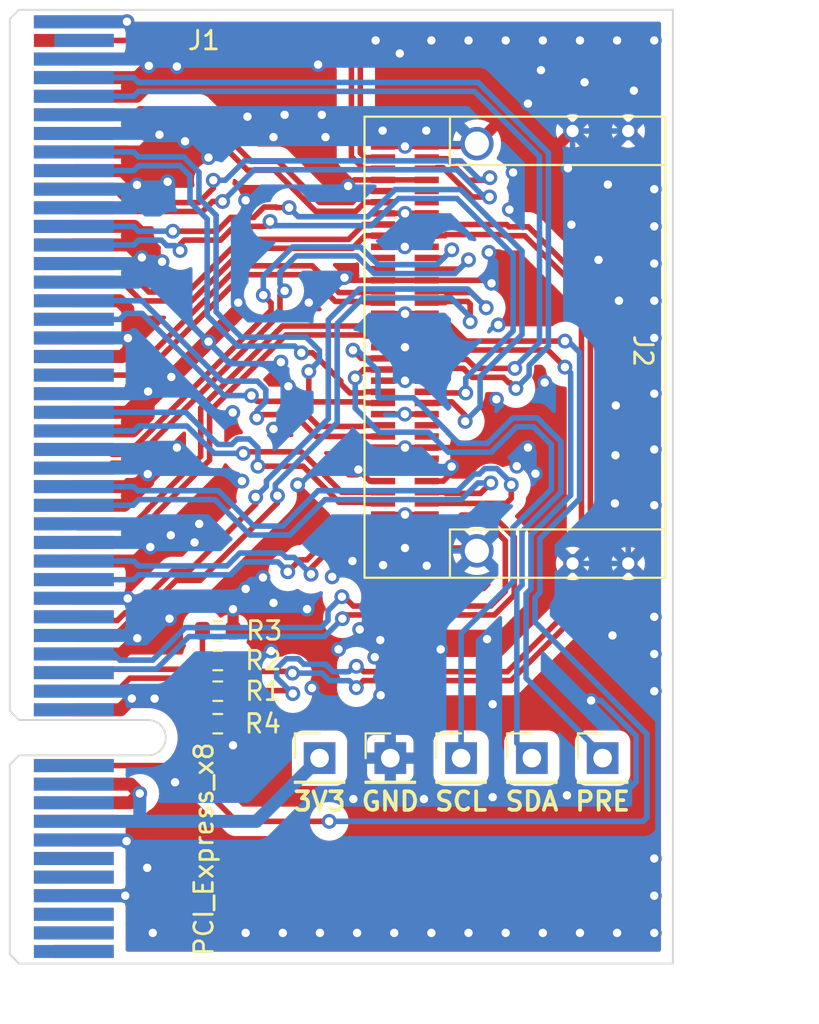
<source format=kicad_pcb>
(kicad_pcb (version 20211014) (generator pcbnew)
  (title_block (title "PCI-Express to OpenCAPI Adapter") (company "mwrnd") (comment 1 "github.com/mwrnd/PCIe-to-SlimSAS8x_Adapter"))
  (layers (0 "F.Cu" signal) (1 "In1.Cu" power) (2 "In2.Cu" power) (31 "B.Cu" signal) (34 "B.Paste" user) (35 "F.Paste" user) (36 "B.SilkS" user "B.Silkscreen") (37 "F.SilkS" user "F.Silkscreen") (38 "B.Mask" user) (39 "F.Mask" user) (44 "Edge.Cuts" user))
  (net 0 "")
  (net 1 "GND")
  (net 6 "nPERST")
  (net 32 "/SDA")
  (net 33 "/SCL")
  (net 34 "/PRE")
  (net 35 "/3V3")
  (net 36 "Tx0_N")
  (net 37 "Tx0_P")
  (net 38 "Tx2_P")
  (net 39 "Tx2_N")
  (net 40 "Tx5_P")
  (net 41 "Tx5_N")
  (net 42 "Tx7_P")
  (net 43 "Tx7_N")
  (net 44 "Rx0_P")
  (net 45 "Rx0_N")
  (net 46 "Rx2_P")
  (net 47 "Rx2_N")
  (net 48 "Rx5_P")
  (net 49 "Rx5_N")
  (net 50 "Tx1_P")
  (net 51 "Tx1_N")
  (net 52 "Tx3_P")
  (net 53 "Tx3_N")
  (net 54 "Tx4_P")
  (net 55 "Tx4_N")
  (net 56 "Tx6_P")
  (net 57 "Tx6_N")
  (net 58 "Rx1_P")
  (net 59 "Rx1_N")
  (net 60 "Rx3_P")
  (net 61 "Rx3_N")
  (net 62 "Rx4_P")
  (net 63 "Rx4_N")
  (net 64 "Rx6_P")
  (net 65 "Rx6_N")
  (net 66 "Rx7_P")
  (net 67 "Rx7_N")
  (net 68 "REFCLK_P")
  (net 69 "REFCLK_N")
  (footprint "Resistor_SMD:R_0603_1608Metric" (layer "F.Cu") (at 88.5 98)
    (fp_text reference "R1")
    (fp_text value "DNP" hide)
  )
  (footprint "Connector_PinHeader_2.54mm:PinHeader_1x01_P2.54mm_Vertical" (layer "F.Cu") (at 97.79 101.6)
    (fp_text reference "TP5" hide)
    (fp_text value "GND")
  )
  (footprint "Connector_PinHeader_2.54mm:PinHeader_1x01_P2.54mm_Vertical" (layer "F.Cu") (at 93.98 101.6)
    (fp_text reference "TP4" hide)
    (fp_text value "3V3")
  )
  (footprint "Resistor_SMD:R_0603_1608Metric" (layer "F.Cu") (at 88.5 96.35)
    (fp_text reference "R2")
    (fp_text value "DNP" hide)
  )
  (footprint "Connector_PinHeader_2.54mm:PinHeader_1x01_P2.54mm_Vertical" (layer "F.Cu") (at 109.22 101.6)
    (fp_text reference "TP3" hide)
    (fp_text value "PRE")
  )
  (footprint "Resistor_SMD:R_0603_1608Metric" (layer "F.Cu") (at 88.5 94.75 180)
    (fp_text reference "R3")
    (fp_text value "DNP" hide)
  )
  (footprint "Connector_PinHeader_2.54mm:PinHeader_1x01_P2.54mm_Vertical" (layer "F.Cu") (at 101.6 101.6)
    (fp_text reference "TP1" hide)
    (fp_text value "SCL")
  )
  (footprint "Connector_PinHeader_2.54mm:PinHeader_1x01_P2.54mm_Vertical" (layer "F.Cu") (at 105.41 101.6)
    (fp_text reference "TP2" hide)
    (fp_text value "SDA")
  )
  (footprint "Resistor_SMD:R_0603_1608Metric" (layer "F.Cu") (at 88.5 99.75 180)
    (fp_text reference "R4")
    (fp_text value "DNP" hide)
  )
  (footprint "SlimSAS_8x:SlimSAS_8x_RA_U10-A474" (layer "F.Cu") (at 97.4 68.7 -90)
    (fp_text reference "J2")
    (fp_text value "OpenCAPI_AAC_Host")
  )
  (footprint "Connector_PCBEdge:BUS_PCIexpress_x8" (layer "B.Cu") (at 80.75 112 90)
    (fp_text reference "J1")
    (fp_text value "PCI_Express_x8")
    (fp_line (start -0.65 4.95) (end -0.65 -2.95) (layer "Edge.Cuts") (width 0.1))
    (fp_line (start -0.15 -3.45) (end 10.05 -3.45) (layer "Edge.Cuts") (width 0.1))
    (fp_line (start 10.55 -2.95) (end 10.05 -3.45) (layer "Edge.Cuts") (width 0.1))
    (fp_line (start 50.65 -2.95) (end 50.15 -3.45) (layer "Edge.Cuts") (width 0.1))
    (fp_line (start 12.45 -2.95) (end 12.95 -3.45) (layer "Edge.Cuts") (width 0.1))
    (fp_line (start 50.65 4.95) (end 50.65 -2.95) (layer "Edge.Cuts") (width 0.1))
    (fp_line (start -0.65 -2.95) (end -0.15 -3.45) (layer "Edge.Cuts") (width 0.1))
    (fp_line (start 10.55 4) (end 10.55 -2.95) (layer "Edge.Cuts") (width 0.1))
    (fp_line (start 12.45 4) (end 12.45 -2.95) (layer "Edge.Cuts") (width 0.1))
    (fp_line (start 12.95 -3.45) (end 50.15 -3.45) (layer "Edge.Cuts") (width 0.1))
    (fp_arc (start 12.45 4) (mid 11.5 4.95) (end 10.55 4) (layer "Edge.Cuts") (width 0.1))
  )
  (gr_line (start 85.7 112.65) (end 113 112.65) (layer "Edge.Cuts") (width 0.1))
  (gr_line (start 113 61.35) (end 113 112.65) (layer "Edge.Cuts") (width 0.1))
  (gr_line (start 85.7 61.35) (end 113 61.35) (layer "Edge.Cuts") (width 0.1))
  (segment (start 101.09 86.25) (end 101.09 85.92) (width 0.3) (layer "F.Cu") (net 1))
  (segment (start 99.75 88.5) (end 98.58 88.5) (width 0.3) (layer "F.Cu") (net 1))
  (segment (start 97.4 86.7) (end 96.69 86.7) (width 0.3) (layer "F.Cu") (net 1))
  (segment (start 99.75 90.3) (end 98.58 90.3) (width 0.3) (layer "F.Cu") (net 1))
  (segment (start 80.75 91) (end 84.11202 91) (width 0.7) (layer "F.Cu") (net 1))
  (segment (start 99.75 84.9) (end 100.93 84.9) (width 0.3) (layer "F.Cu") (net 1))
  (segment (start 97.4 72.3) (end 98.58 72.3) (width 0.3) (layer "F.Cu") (net 1))
  (segment (start 102.3 68.7) (end 102.45 68.55) (width 0.3) (layer "F.Cu") (net 1))
  (segment (start 83.66 77.46) (end 83.66 79.01) (width 0.7) (layer "F.Cu") (net 1))
  (segment (start 97.375 68.675) (end 97.4 68.7) (width 0.3) (layer "F.Cu") (net 1))
  (segment (start 99.75 81.3) (end 98.58 81.3) (width 0.3) (layer "F.Cu") (net 1))
  (segment (start 99.75 70.5) (end 97.4 70.5) (width 0.3) (layer "F.Cu") (net 1))
  (segment (start 83.64 93) (end 83.65 93.01) (width 0.7) (layer "F.Cu") (net 1))
  (segment (start 99.75 91.25) (end 99.75 90.3) (width 0.3) (layer "F.Cu") (net 1))
  (segment (start 84 73) (end 84.412496 73.412496) (width 0.7) (layer "F.Cu") (net 1))
  (segment (start 84.152547 65) (end 84.78943 64.363117) (width 0.7) (layer "F.Cu") (net 1))
  (segment (start 97.4 90.3) (end 98.58 90.3) (width 0.3) (layer "F.Cu") (net 1))
  (segment (start 80.75 62) (end 83.6 62) (width 0.7) (layer "F.Cu") (net 1))
  (segment (start 99.75 86.7) (end 100.64 86.7) (width 0.3) (layer "F.Cu") (net 1))
  (segment (start 101.17 85.14) (end 101.17 85.84) (width 0.3) (layer "F.Cu") (net 1))
  (segment (start 84.051558 87) (end 84.730717 86.320841) (width 0.7) (layer "F.Cu") (net 1))
  (segment (start 99.75 74.1) (end 98.57 74.1) (width 0.3) (layer "F.Cu") (net 1))
  (segment (start 80.75 73) (end 84 73) (width 0.7) (layer "F.Cu") (net 1))
  (segment (start 83.918922 84) (end 84.75 83.168922) (width 0.7) (layer "F.Cu") (net 1))
  (segment (start 97.4 75.9) (end 99.75 75.9) (width 0.3) (layer "F.Cu") (net 1))
  (segment (start 84.730717 86.729283) (end 84.730717 86.320841) (width 0.7) (layer "F.Cu") (net 1))
  (segment (start 97.4 75.9) (end 95.46 75.9) (width 0.3) (layer "F.Cu") (net 1))
  (segment (start 99.75 68.7) (end 99.75 67.875) (width 0.3) (layer "F.Cu") (net 1))
  (segment (start 97.4 84.9) (end 96.42 84.9) (width 0.3) (layer "F.Cu") (net 1))
  (segment (start 95.85 70.5) (end 95.52 70.83) (width 0.3) (layer "F.Cu") (net 1))
  (segment (start 103.08 75.9) (end 103.24 76.06) (width 0.3) (layer "F.Cu") (net 1))
  (segment (start 99.75 68.7) (end 102.3 68.7) (width 0.3) (layer "F.Cu") (net 1))
  (segment (start 98.58 68.7) (end 99.75 68.7) (width 0.3) (layer "F.Cu") (net 1))
  (segment (start 80.75 96) (end 83.320482 96) (width 0.7) (layer "F.Cu") (net 1))
  (segment (start 96.69 86.7) (end 96.07 86.08) (width 0.3) (layer "F.Cu") (net 1))
  (segment (start 89.325 94.75) (end 89.325 93.595) (width 0.3) (layer "F.Cu") (net 1))
  (segment (start 80.75 88) (end 83.46 88) (width 0.7) (layer "F.Cu") (net 1))
  (segment (start 83.72 79.63) (end 83.72 79.07) (width 0.7) (layer "F.Cu") (net 1))
  (segment (start 80.75 66) (end 84.13 66) (width 0.7) (layer "F.Cu") (net 1))
  (segment (start 80.75 84) (end 83.918922 84) (width 0.7) (layer "F.Cu") (net 1))
  (segment (start 99.75 90.3) (end 102.3 90.3) (width 0.3) (layer "F.Cu") (net 1))
  (segment (start 99.75 75.9) (end 103.08 75.9) (width 0.3) (layer "F.Cu") (net 1))
  (segment (start 84.866803 90.245217) (end 85.334783 90.245217) (width 0.7) (layer "F.Cu") (net 1))
  (segment (start 84.43 69) (end 85.36 68.07) (width 0.7) (layer "F.Cu") (net 1))
  (segment (start 83.73991 74) (end 84.412496 74.672586) (width 0.7) (layer "F.Cu") (net 1))
  (segment (start 80.75 70) (end 83.38 70) (width 0.7) (layer "F.Cu") (net 1))
  (segment (start 83.63 83) (end 84.75 81.88) (width 0.7) (layer "F.Cu") (net 1))
  (segment (start 100.64 86.7) (end 101.09 86.25) (width 0.3) (layer "F.Cu") (net 1))
  (segment (start 84.11202 91) (end 84.866803 90.245217) (width 0.7) (layer "F.Cu") (net 1))
  (segment (start 80.75 83) (end 83.63 83) (width 0.7) (layer "F.Cu") (net 1))
  (segment (start 96.42 84.9) (end 96.07 85.25) (width 0.3) (layer "F.Cu") (net 1))
  (segment (start 98.58 68.7) (end 97.4 68.7) (width 0.3) (layer "F.Cu") (net 1))
  (segment (start 80.75 69) (end 84.43 69) (width 0.7) (layer "F.Cu") (net 1))
  (segment (start 84.17 69.61) (end 84.17 70.75) (width 0.7) (layer "F.Cu") (net 1))
  (segment (start 97.4 84.9) (end 98.58 84.9) (width 0.3) (layer "F.Cu") (net 1))
  (segment (start 102.3 90.3) (end 102.45 90.45) (width 0.3) (layer "F.Cu") (net 1))
  (segment (start 99.75 67.875) (end 99.725 67.85) (width 0.3) (layer "F.Cu") (net 1))
  (segment (start 83.38 70) (end 84.15 70.77) (width 0.7) (layer "F.Cu") (net 1))
  (segment (start 83.46 88) (end 84.730717 86.729283) (width 0.7) (layer "F.Cu") (net 1))
  (segment (start 89.325 100.905) (end 89.32 100.91) (width 0.3) (layer "F.Cu") (net 1))
  (segment (start 80.75 80) (end 83.35 80) (width 0.7) (layer "F.Cu") (net 1))
  (segment (start 83.56 69) (end 84.17 69.61) (width 0.7) (layer "F.Cu") (net 1))
  (segment (start 80.75 65) (end 84.152547 65) (width 0.7) (layer "F.Cu") (net 1))
  (segment (start 101.17 85.84) (end 101.09 85.92) (width 0.3) (layer "F.Cu") (net 1))
  (segment (start 80.75 87) (end 84.051558 87) (width 0.7) (layer "F.Cu") (net 1))
  (segment (start 97.4 81.3) (end 98.58 81.3) (width 0.3) (layer "F.Cu") (net 1))
  (segment (start 89.325 99.75) (end 89.325 100.905) (width 0.3) (layer "F.Cu") (net 1))
  (segment (start 96.45 90.3) (end 95.75 91) (width 0.3) (layer "F.Cu") (net 1))
  (segment (start 97.4 74.1) (end 98.57 74.1) (width 0.3) (layer "F.Cu") (net 1))
  (segment (start 99.75 77.7) (end 98.58 77.7) (width 0.3) (layer "F.Cu") (net 1))
  (segment (start 100.93 84.9) (end 101.17 85.14) (width 0.3) (layer "F.Cu") (net 1))
  (segment (start 84.412496 73.412496) (end 84.412496 74.672586) (width 0.7) (layer "F.Cu") (net 1))
  (segment (start 80.75 74) (end 83.73991 74) (width 0.7) (layer "F.Cu") (net 1))
  (segment (start 97.4 91.22) (end 97.4 90.3) (width 0.3) (layer "F.Cu") (net 1))
  (segment (start 84.78943 65.34057) (end 84.78943 64.363117) (width 0.7) (layer "F.Cu") (net 1))
  (segment (start 97.375 67.85) (end 97.375 68.675) (width 0.3) (layer "F.Cu") (net 1))
  (segment (start 80.75 99) (end 83.266485 99) (width 0.7) (layer "F.Cu") (net 1))
  (segment (start 84.13 66) (end 84.78943 65.34057) (width 0.7) (layer "F.Cu") (net 1))
  (segment (start 83.266485 99) (end 83.872623 98.393862) (width 0.7) (layer "F.Cu") (net 1))
  (segment (start 95.46 75.9) (end 95.32 75.76) (width 0.3) (layer "F.Cu") (net 1))
  (segment (start 84.75 83.168922) (end 84.75 81.88) (width 0.7) (layer "F.Cu") (net 1))
  (segment (start 80.75 69) (end 83.56 69) (width 0.7) (layer "F.Cu") (net 1))
  (segment (start 99.75 79.5) (end 98.58 79.5) (width 0.3) (layer "F.Cu") (net 1))
  (segment (start 83.320482 96) (end 84.168476 95.152006) (width 0.7) (layer "F.Cu") (net 1))
  (segment (start 97.4 77.7) (end 98.58 77.7) (width 0.3) (layer "F.Cu") (net 1))
  (segment (start 80.75 77) (end 83.2 77) (width 0.7) (layer "F.Cu") (net 1))
  (segment (start 99.75 84.9) (end 98.58 84.9) (width 0.3) (layer "F.Cu") (net 1))
  (segment (start 97.4 79.5) (end 98.58 79.5) (width 0.3) (layer "F.Cu") (net 1))
  (segment (start 97.4 88.5) (end 98.58 88.5) (width 0.3) (layer "F.Cu") (net 1))
  (segment (start 89.325 93.595) (end 89.32 93.59) (width 0.3) (layer "F.Cu") (net 1))
  (segment (start 83.72 79.07) (end 83.66 79.01) (width 0.7) (layer "F.Cu") (net 1))
  (segment (start 83.6 62) (end 83.61 61.99) (width 0.7) (layer "F.Cu") (net 1))
  (segment (start 96.07 85.25) (end 96.07 86.08) (width 0.3) (layer "F.Cu") (net 1))
  (segment (start 84.17 70.75) (end 84.15 70.77) (width 0.7) (layer "F.Cu") (net 1))
  (segment (start 80.75 109) (end 83.52 109) (width 0.7) (layer "F.Cu") (net 1))
  (segment (start 97.4 83.1) (end 98.57 83.1) (width 0.3) (layer "F.Cu") (net 1))
  (segment (start 99.75 83.1) (end 98.57 83.1) (width 0.3) (layer "F.Cu") (net 1))
  (segment (start 83.35 80) (end 83.72 79.63) (width 0.7) (layer "F.Cu") (net 1))
  (segment (start 83.2 77) (end 83.66 77.46) (width 0.7) (layer "F.Cu") (net 1))
  (segment (start 99.75 72.3) (end 98.58 72.3) (width 0.3) (layer "F.Cu") (net 1))
  (segment (start 80.75 93) (end 83.64 93) (width 0.7) (layer "F.Cu") (net 1))
  (segment (start 97.4 70.5) (end 95.85 70.5) (width 0.3) (layer "F.Cu") (net 1))
  (segment (start 97.4 90.3) (end 96.45 90.3) (width 0.3) (layer "F.Cu") (net 1))
  (segment (start 85.334783 90.245217) (end 85.97 89.61) (width 0.7) (layer "F.Cu") (net 1))
  (via (at 96.14 94.68) (size 0.8) (drill 0.45) (layers "F.Cu" "B.Cu") (net 1))
  (via (at 83.52 109) (size 0.8) (drill 0.45) (layers "F.Cu" "B.Cu") (net 1))
  (via (at 84.730717 86.320841) (size 0.8) (drill 0.45) (layers "F.Cu" "B.Cu") (net 1))
  (via (at 103 95.2) (size 0.8) (drill 0.45) (layers "F.Cu" "B.Cu") (net 1))
  (via (at 93.308937 93.585945) (size 0.8) (drill 0.45) (layers "F.Cu" "B.Cu") (net 1))
  (via (at 98.57 83.1) (size 0.79) (drill 0.45) (layers "F.Cu" "B.Cu") (net 1))
  (via (at 88 79.2) (size 0.8) (drill 0.45) (layers "F.Cu" "B.Cu") (net 1))
  (via (at 96.07 86.08) (size 0.79) (drill 0.45) (layers "F.Cu" "B.Cu") (net 1))
  (via (at 108.25 65.25) (size 0.8) (drill 0.45) (layers "F.Cu" "B.Cu") (net 1))
  (via (at 89.6 77.1) (size 0.8) (drill 0.45) (layers "F.Cu" "B.Cu") (net 1))
  (via (at 112 73) (size 0.8) (drill 0.45) (layers "F.Cu" "B.Cu") (net 1))
  (via (at 85.5 74.9) (size 0.8) (drill 0.45) (layers "F.Cu" "B.Cu") (net 1))
  (via (at 109.75 95) (size 0.8) (drill 0.45) (layers "F.Cu" "B.Cu") (net 1))
  (via (at 91.37 95.84) (size 0.8) (drill 0.45) (layers "F.Cu" "B.Cu") (net 1))
  (via (at 92.1 67) (size 0.8) (drill 0.45) (layers "F.Cu" "B.Cu") (net 1))
  (via (at 112 107) (size 0.8) (drill 0.45) (layers "F.Cu" "B.Cu") (net 1))
  (via (at 112 77) (size 0.8) (drill 0.45) (layers "F.Cu" "B.Cu") (net 1))
  (via (at 110 111) (size 0.8) (drill 0.45) (layers "F.Cu" "B.Cu") (net 1))
  (via (at 110.9 65.7) (size 0.8) (drill 0.45) (layers "F.Cu" "B.Cu") (net 1))
  (via (at 108 111) (size 0.8) (drill 0.45) (layers "F.Cu" "B.Cu") (net 1))
  (via (at 110.1 77) (size 0.8) (drill 0.45) (layers "F.Cu" "B.Cu") (net 1))
  (via (at 109 74.8) (size 0.8) (drill 0.45) (layers "F.Cu" "B.Cu") (net 1))
  (via (at 96.953144 96.170444) (size 0.8) (drill 0.45) (layers "F.Cu" "B.Cu") (net 1))
  (via (at 100.5 95.75) (size 0.8) (drill 0.45) (layers "F.Cu" "B.Cu") (net 1))
  (via (at 109.91 85.31) (size 0.8) (drill 0.45) (layers "F.Cu" "B.Cu") (net 1))
  (via (at 112 82) (size 0.8) (drill 0.45) (layers "F.Cu" "B.Cu") (net 1))
  (via (at 98.57 74.1) (size 0.8) (drill 0.45) (layers "F.Cu" "B.Cu") (net 1))
  (via (at 104 63) (size 0.8) (drill 0.45) (layers "F.Cu" "B.Cu") (net 1))
  (via (at 99.6 103.8) (size 0.8) (drill 0.45) (layers "F.Cu" "B.Cu") (net 1))
  (via (at 90 92.5) (size 0.8) (drill 0.45) (layers "F.Cu" "B.Cu") (net 1))
  (via (at 105.6 86.3) (size 0.8) (drill 0.45) (layers "F.Cu" "B.Cu") (net 1))
  (via (at 85 111) (size 0.8) (drill 0.45) (layers "F.Cu" "B.Cu") (net 1))
  (via (at 99.725 67.85) (size 0.8) (drill 0.45) (layers "F.Cu" "B.Cu") (net 1))
  (via (at 83.589046 106.064589) (size 0.8) (drill 0.45) (layers "F.Cu" "B.Cu") (net 1))
  (via (at 98.58 81.3) (size 0.79) (drill 0.45) (layers "F.Cu" "B.Cu") (net 1))
  (via (at 103.3 98.7) (size 0.8) (drill 0.45) (layers "F.Cu" "B.Cu") (net 1))
  (via (at 87.25 90) (size 0.8) (drill 0.45) (layers "F.Cu" "B.Cu") (net 1))
  (via (at 105.9 64.6) (size 0.8) (drill 0.45) (layers "F.Cu" "B.Cu") (net 1))
  (via (at 91.5 68.2) (size 0.8) (drill 0.45) (layers "F.Cu" "B.Cu") (net 1))
  (via (at 96 111) (size 0.8) (drill 0.45) (layers "F.Cu" "B.Cu") (net 1))
  (via (at 112 109) (size 0.8) (drill 0.45) (layers "F.Cu" "B.Cu") (net 1))
  (via (at 107.35 69.87) (size 0.8) (drill 0.45) (layers "F.Cu" "B.Cu") (net 1))
  (via (at 85.1 98.4) (size 0.8) (drill 0.45) (layers "F.Cu" "B.Cu") (net 1))
  (via (at 112 96) (size 0.8) (drill 0.45) (layers "F.Cu" "B.Cu") (net 1))
  (via (at 93.9 64.3) (size 0.8) (drill 0.45) (layers "F.Cu" "B.Cu") (net 1))
  (via (at 86 81.1) (size 0.8) (drill 0.45) (layers "F.Cu" "B.Cu") (net 1))
  (via (at 112 98) (size 0.8) (drill 0.45) (layers "F.Cu" "B.Cu") (net 1))
  (via (at 86.2 102.9) (size 0.8) (drill 0.45) (layers "F.Cu" "B.Cu") (net 1))
  (via (at 98 111) (size 0.8) (drill 0.45) (layers "F.Cu" "B.Cu") (net 1))
  (via (at 86.3 64.4) (size 0.8) (drill 0.45) (layers "F.Cu" "B.Cu") (net 1))
  (via (at 98.58 68.7) (size 0.79) (drill 0.45) (layers "F.Cu" "B.Cu") (net 1))
  (via (at 109.88 87.9) (size 0.8) (drill 0.45) (layers "F.Cu" "B.Cu") (net 1))
  (via (at 102 111) (size 0.8) (drill 0.45) (layers "F.Cu" "B.Cu") (net 1))
  (via (at 84.75 81.88) (size 0.8) (drill 0.45) (layers "F.Cu" "B.Cu") (net 1))
  (via (at 87.5 89) (size 0.8) (drill 0.45) (layers "F.Cu" "B.Cu") (net 1))
  (via (at 90 111) (size 0.8) (drill 0.45) (layers "F.Cu" "B.Cu") (net 1))
  (via (at 98.58 84.9) (size 0.79) (drill 0.45) (layers "F.Cu" "B.Cu") (net 1))
  (via (at 89.32 93.59) (size 0.8) (drill 0.45) (layers "F.Cu" "B.Cu") (net 1))
  (via (at 106.1 81.4) (size 0.8) (drill 0.45) (layers "F.Cu" "B.Cu") (net 1))
  (via (at 95.32 75.76) (size 0.79) (drill 0.45) (layers "F.Cu" "B.Cu") (net 1))
  (via (at 83.65 93.01) (size 0.8) (drill 0.45) (layers "F.Cu" "B.Cu") (net 1))
  (via (at 95 95.75) (size 0.8) (drill 0.45) (layers "F.Cu" "B.Cu") (net 1))
  (via (at 104 111) (size 0.8) (drill 0.45) (layers "F.Cu" "B.Cu") (net 1))
  (via (at 95.52 70.83) (size 0.8) (drill 0.45) (layers "F.Cu" "B.Cu") (net 1))
  (via (at 84.412496 74.672586) (size 0.8) (drill 0.45) (layers "F.Cu" "B.Cu") (net 1))
  (via (at 94 111) (size 0.8) (drill 0.45) (layers "F.Cu" "B.Cu") (net 1))
  (via (at 95.8 103.8) (size 0.8) (drill 0.45) (layers "F.Cu" "B.Cu") (net 1))
  (via (at 98.58 90.3) (size 0.79) (drill 0.45) (layers "F.Cu" "B.Cu") (net 1))
  (via (at 98.58 88.5) (size 0.79) (drill 0.45) (layers "F.Cu" "B.Cu") (net 1))
  (via (at 98.58 79.5) (size 0.79) (drill 0.45) (layers "F.Cu" "B.Cu") (net 1))
  (via (at 94.66 91.85) (size 0.8) (drill 0.45) (layers "F.Cu" "B.Cu") (net 1))
  (via (at 105.2 84.9) (size 0.8) (drill 0.45) (layers "F.Cu" "B.Cu") (net 1))
  (via (at 110 63) (size 0.8) (drill 0.45) (layers "F.Cu" "B.Cu") (net 1))
  (via (at 91.5 83.9) (size 0.8) (drill 0.45) (layers "F.Cu" "B.Cu") (net 1))
  (via (at 100 111) (size 0.8) (drill 0.45) (layers "F.Cu" "B.Cu") (net 1))
  (via (at 112 79) (size 0.8) (drill 0.45) (layers "F.Cu" "B.Cu") (net 1))
  (via (at 85.36 68.07) (size 0.8) (drill 0.45) (layers "F.Cu" "B.Cu") (net 1))
  (via (at 88 69.3) (size 0.8) (drill 0.45) (layers "F.Cu" "B.Cu") (net 1))
  (via (at 97 63) (size 0.8) (drill 0.45) (layers "F.Cu" "B.Cu") (net 1))
  (via (at 84.7 107.5) (size 0.8) (drill 0.45) (layers "F.Cu" "B.Cu") (net 1))
  (via (at 89.304436 83.008511) (size 0.8) (drill 0.45) (layers "F.Cu" "B.Cu") (net 1))
  (via (at 112 63) (size 0.8) (drill 0.45) (layers "F.Cu" "B.Cu") (net 1))
  (via (at 100 63) (size 0.8) (drill 0.45) (layers "F.Cu" "B.Cu") (net 1))
  (via (at 92.3 81.6) (size 0.8) (drill 0.45) (layers "F.Cu" "B.Cu") (net 1))
  (via (at 104.2 72.1) (size 0.8) (drill 0.45) (layers "F.Cu" "B.Cu") (net 1))
  (via (at 108.6 98.5) (size 0.8) (drill 0.45) (layers "F.Cu" "B.Cu") (net 1))
  (via (at 92 111) (size 0.8) (drill 0.45) (layers "F.Cu" "B.Cu") (net 1))
  (via (at 106 111) (size 0.8) (drill 0.45) (layers "F.Cu" "B.Cu") (net 1))
  (via (at 99.75 91.25) (size 0.8) (drill 0.45) (layers "F.Cu" "B.Cu") (net 1))
  (via (at 89.8 86.7) (size 0.8) (drill 0.45) (layers "F.Cu" "B.Cu") (net 1))
  (via (at 97.270439 98.218743) (size 0.8) (drill 0.45) (layers "F.Cu" "B.Cu") (net 1))
  (via (at 103.24 76.06) (size 0.8) (drill 0.45) (layers "F.Cu" "B.Cu") (net 1))
  (via (at 112 111) (size 0.8) (drill 0.45) (layers "F.Cu" "B.Cu") (net 1))
  (via (at 93.57 97.83) (size 0.8) (drill 0.45) (layers "F.Cu" "B.Cu") (net 1))
  (via (at 91.5 93.25) (size 0.8) (drill 0.45) (layers "F.Cu" "B.Cu") (net 1))
  (via (at 112 71) (size 0.8) (drill 0.45) (layers "F.Cu" "B.Cu") (net 1))
  (via (at 98.58 77.7) (size 0.79) (drill 0.45) (layers "F.Cu" "B.Cu") (net 1))
  (via (at 112 88) (size 0.8) (drill 0.45) (layers "F.Cu" "B.Cu") (net 1))
  (via (at 104.6 85.9) (size 0.8) (drill 0.45) (layers "F.Cu" "B.Cu") (net 1))
  (via (at 108 63) (size 0.8) (drill 0.45) (layers "F.Cu" "B.Cu") (net 1))
  (via (at 86.738509 68.422143) (size 0.8) (drill 0.45) (layers "F.Cu" "B.Cu") (net 1))
  (via (at 93.4 77.1) (size 0.8) (drill 0.45) (layers "F.Cu" "B.Cu") (net 1))
  (via (at 95.75 91) (size 0.8) (drill 0.45) (layers "F.Cu" "B.Cu") (net 1))
  (via (at 97.25 95.25) (size 0.8) (drill 0.45) (layers "F.Cu" "B.Cu") (net 1))
  (via (at 90.1 67.1) (size 0.8) (drill 0.45) (layers "F.Cu" "B.Cu") (net 1))
  (via (at 85.9 94.1) (size 0.8) (drill 0.45) (layers "F.Cu" "B.Cu") (net 1))
  (via (at 97.375 67.85) (size 0.8) (drill 0.45) (layers "F.Cu" "B.Cu") (net 1))
  (via (at 89.32 100.91) (size 0.8) (drill 0.45) (layers "F.Cu" "B.Cu") (net 1))
  (via (at 90 71.6) (size 0.8) (drill 0.45) (layers "F.Cu" "B.Cu") (net 1))
  (via (at 112 85) (size 0.8) (drill 0.45) (layers "F.Cu" "B.Cu") (net 1))
  (via (at 112 75) (size 0.8) (drill 0.45) (layers "F.Cu" "B.Cu") (net 1))
  (via (at 103.6 78.3) (size 0.8) (drill 0.45) (layers "F.Cu" "B.Cu") (net 1))
  (via (at 104.4 70.1) (size 0.8) (drill 0.45) (layers "F.Cu" "B.Cu") (net 1))
  (via (at 103.3 103.7) (size 0.8) (drill 0.45) (layers "F.Cu" "B.Cu") (net 1))
  (via (at 97.4 91.22) (size 0.79) (drill 0.45) (layers "F.Cu" "B.Cu") (net 1))
  (via (at 84.15 70.77) (size 0.8) (drill 0.45) (layers "F.Cu" "B.Cu") (net 1))
  (via (at 103.5 82.3) (size 0.8) (drill 0.45) (layers "F.Cu" "B.Cu") (net 1))
  (via (at 107.3 103.6) (size 0.8) (drill 0.45) (layers "F.Cu" "B.Cu") (net 1))
  (via (at 112 94) (size 0.8) (drill 0.45) (layers "F.Cu" "B.Cu") (net 1))
  (via (at 102 63) (size 0.8) (drill 0.45) (layers "F.Cu" "B.Cu") (net 1))
  (via (at 94.3 68.2) (size 0.8) (drill 0.45) (layers "F.Cu" "B.Cu") (net 1))
  (via (at 91.9 80.3) (size 0.8) (drill 0.45) (layers "F.Cu" "B.Cu") (net 1))
  (via (at 107.54 72.91) (size 0.8) (drill 0.45) (layers "F.Cu" "B.Cu") (net 1))
  (via (at 85.97 89.61) (size 0.8) (drill 0.45) (layers "F.Cu" "B.Cu") (net 1))
  (via (at 94.1 67) (size 0.8) (drill 0.45) (layers "F.Cu" "B.Cu") (net 1))
  (via (at 83.61 61.99) (size 0.8) (drill 0.45) (layers "F.Cu" "B.Cu") (net 1))
  (via (at 84.78943 64.363117) (size 0.8) (drill 0.45) (layers "F.Cu" "B.Cu") (net 1))
  (via (at 86.3 84.9) (size 0.8) (drill 0.45) (layers "F.Cu" "B.Cu") (net 1))
  (via (at 109.5 70.75) (size 0.8) (drill 0.45) (layers "F.Cu" "B.Cu") (net 1))
  (via (at 105.2 66.4) (size 0.8) (drill 0.45) (layers "F.Cu" "B.Cu") (net 1))
  (via (at 109.93 82.63) (size 0.8) (drill 0.45) (layers "F.Cu" "B.Cu") (net 1))
  (via (at 85.8 70.6) (size 0.8) (drill 0.45) (layers "F.Cu" "B.Cu") (net 1))
  (via (at 83.66 79.01) (size 0.8) (drill 0.45) (layers "F.Cu" "B.Cu") (net 1))
  (via (at 92.8 86.9) (size 0.8) (drill 0.45) (layers "F.Cu" "B.Cu") (net 1))
  (via (at 98.3 63.7) (size 0.8) (drill 0.45) (layers "F.Cu" "B.Cu") (net 1))
  (via (at 98.58 72.3) (size 0.79) (drill 0.45) (layers "F.Cu" "B.Cu") (net 1))
  (via (at 83.872623 98.393862) (size 0.8) (drill 0.45) (layers "F.Cu" "B.Cu") (net 1))
  (via (at 90.932686 91.883719) (size 0.8) (drill 0.45) (layers "F.Cu" "B.Cu") (net 1))
  (via (at 84.168476 95.152006) (size 0.8) (drill 0.45) (layers "F.Cu" "B.Cu") (net 1))
  (via (at 101.09 85.92) (size 0.79) (drill 0.45) (layers "F.Cu" "B.Cu") (net 1))
  (via (at 103.1 74.4) (size 0.8) (drill 0.45) (layers "F.Cu" "B.Cu") (net 1))
  (via (at 106 63) (size 0.8) (drill 0.45) (layers "F.Cu" "B.Cu") (net 1))
  (via (at 84.866803 90.245217) (size 0.8) (drill 0.45) (layers "F.Cu" "B.Cu") (net 1))
  (segment (start 97.375 67.85) (end 97.73 67.85) (width 0.3) (layer "B.Cu") (net 1))
  (segment (start 100.55 90.45) (end 102.45 90.45) (width 0.3) (layer "B.Cu") (net 1))
  (segment (start 100.425 68.55) (end 102.45 68.55) (width 0.3) (layer "B.Cu") (net 1))
  (segment (start 83.92 71) (end 84.15 70.77) (width 0.7) (layer "B.Cu") (net 1))
  (segment (start 112.2 106.2) (end 112.2 98.2) (width 0.3) (layer "B.Cu") (net 1))
  (segment (start 112 106.4) (end 112.2 106.2) (width 0.3) (layer "B.Cu") (net 1))
  (segment (start 84.01647 95) (end 84.168476 95.152006) (width 0.7) (layer "B.Cu") (net 1))
  (segment (start 96.7 63) (end 95.9 62.2) (width 0.3) (layer "B.Cu") (net 1))
  (segment (start 97.73 67.85) (end 98.58 68.7) (width 0.3) (layer "B.Cu") (net 1))
  (segment (start 80.75 98) (end 83.478761 98) (width 0.7) (layer "B.Cu") (net 1))
  (segment (start 98.8 90.3) (end 99.75 91.25) (width 0.3) (layer "B.Cu") (net 1))
  (segment (start 107.35 69.87) (end 107.35 72.72) (width 0.3) (layer "B.Cu") (net 1))
  (segment (start 99.43 67.85) (end 98.58 68.7) (width 0.3) (layer "B.Cu") (net 1))
  (segment (start 80.75 72) (end 83.95 72) (width 0.7) (layer "B.Cu") (net 1))
  (segment (start 109.95 82.61) (end 109.93 82.63) (width 0.3) (layer "B.Cu") (net 1))
  (segment (start 109.93 82.63) (end 109.93 85.29) (width 0.3) (layer "B.Cu") (net 1))
  (segment (start 112.2 98.2) (end 112 98) (width 0.3) (layer "B.Cu") (net 1))
  (segment (start 84.63 82) (end 84.75 81.88) (width 0.7) (layer "B.Cu") (net 1))
  (segment (start 97.4 86.08) (end 98.58 84.9) (width 0.3) (layer "B.Cu") (net 1))
  (segment (start 80.75 68) (end 85.29 68) (width 0.7) (layer "B.Cu") (net 1))
  (segment (start 99.725 67.85) (end 97.375 67.85) (width 0.3) (layer "B.Cu") (net 1))
  (segment (start 84.412496 74.672586) (end 84.412496 75.767504) (width 0.7) (layer "B.Cu") (net 1))
  (segment (start 97 63) (end 96.7 63) (width 0.3) (layer "B.Cu") (net 1))
  (segment (start 84.43 89) (end 84.866803 89.436803) (width 0.7) (layer "B.Cu") (net 1))
  (segment (start 96.07 86.08) (end 97.4 86.08) (width 0.3) (layer "B.Cu") (net 1))
  (segment (start 98.58 90.3) (end 98.8 90.3) (width 0.3) (layer "B.Cu") (net 1))
  (segment (start 95.9 62.2) (end 83.82 62.2) (width 0.3) (layer "B.Cu") (net 1))
  (segment (start 98.58 77.7) (end 98.58 79.5) (width 0.3) (layer "B.Cu") (net 1))
  (segment (start 107.6 91.13) (end 110.6 91.13) (width 0.3) (layer "B.Cu") (net 1))
  (segment (start 83.478761 98) (end 83.872623 98.393862) (width 0.7) (layer "B.Cu") (net 1))
  (segment (start 80.75 82) (end 84.63 82) (width 0.7) (layer "B.Cu") (net 1))
  (segment (start 84.085082 75) (end 84.412496 74.672586) (width 0.7) (layer "B.Cu") (net 1))
  (segment (start 99.6 85.92) (end 98.58 84.9) (width 0.3) (layer "B.Cu") (net 1))
  (segment (start 84.37 85) (end 84.730717 85.360717) (width 0.7) (layer "B.Cu") (net 1))
  (segment (start 83.65 79) (end 83.66 79.01) (width 0.7) (layer "B.Cu") (net 1))
  (segment (start 84.621586 90) (end 84.866803 90.245217) (width 0.7) (layer "B.Cu") (net 1))
  (segment (start 83.524457 106) (end 83.589046 106.064589) (width 0.7) (layer "B.Cu") (net 1))
  (segment (start 83.6 62) (end 83.61 61.99) (width 0.7) (layer "B.Cu") (net 1))
  (segment (start 98.58 74.09) (end 98.57 74.1) (width 0.3) (layer "B.Cu") (net 1))
  (segment (start 99.75 91.25) (end 100.55 90.45) (width 0.3) (layer "B.Cu") (net 1))
  (segment (start 85.29 68) (end 85.36 68.07) (width 0.7) (layer "B.Cu") (net 1))
  (segment (start 80.75 106) (end 83.524457 106) (width 0.7) (layer "B.Cu") (net 1))
  (segment (start 109.121178 98.5) (end 111.02 100.398822) (width 0.3) (layer "B.Cu") (net 1))
  (segment (start 110.3 103.6) (end 107.3 103.6) (width 0.3) (layer "B.Cu") (net 1))
  (segment (start 80.75 67) (end 84.29 67) (width 0.7) (layer "B.Cu") (net 1))
  (segment (start 109.91 87.87) (end 109.88 87.9) (width 0.3) (layer "B.Cu") (net 1))
  (segment (start 109 75.9) (end 110.1 77) (width 0.3) (layer "B.Cu") (net 1))
  (segment (start 80.75 86) (end 84.409876 86) (width 0.7) (layer "B.Cu") (net 1))
  (segment (start 84.29 67) (end 85.36 68.07) (width 0.7) (layer "B.Cu") (net 1))
  (segment (start 107.6 67.87) (end 107.6 69.62) (width 0.3) (layer "B.Cu") (net 1))
  (segment (start 107.54 73.34) (end 107.54 72.91) (width 0.3) (layer "B.Cu") (net 1))
  (segment (start 97.66 91.22) (end 98.58 90.3) (width 0.3) (layer "B.Cu") (net 1))
  (segment (start 99.725 67.85) (end 99.43 67.85) (width 0.3) (layer "B.Cu") (net 1))
  (segment (start 84.75 81.88) (end 85.22 81.88) (width 0.7) (layer "B.Cu") (net 1))
  (segment (start 84.15 71.8) (end 84.15 70.77) (width 0.7) (layer "B.Cu") (net 1))
  (segment (start 97.4 91.22) (end 97.66 91.22) (width 0.3) (layer "B.Cu") (net 1))
  (segment (start 83.95 72) (end 84.15 71.8) (width 0.7) (layer "B.Cu") (net 1))
  (segment (start 107.35 72.72) (end 107.54 72.91) (width 0.3) (layer "B.Cu") (net 1))
  (segment (start 80.75 109) (end 83.52 109) (width 0.7) (layer "B.Cu") (net 1))
  (segment (start 101.09 85.92) (end 99.6 85.92) (width 0.3) (layer "B.Cu") (net 1))
  (segment (start 107.6 67.87) (end 110.6 67.87) (width 0.3) (layer "B.Cu") (net 1))
  (segment (start 84.409876 86) (end 84.730717 86.320841) (width 0.7) (layer "B.Cu") (net 1))
  (segment (start 80.75 89) (end 84.43 89) (width 0.7) (layer "B.Cu") (net 1))
  (segment (start 109 74.8) (end 107.54 73.34) (width 0.3) (layer "B.Cu") (net 1))
  (segment (start 109.95 77.99) (end 109.95 82.61) (width 0.3) (layer "B.Cu") (net 1))
  (segment (start 80.75 79) (end 83.65 79) (width 0.7) (layer "B.Cu") (net 1))
  (segment (start 80.75 95) (end 84.01647 95) (width 0.7) (layer "B.Cu") (net 1))
  (segment (start 112 107) (end 112 106.4) (width 0.3) (layer "B.Cu") (net 1))
  (segment (start 109.91 85.31) (end 109.91 87.87) (width 0.3) (layer "B.Cu") (net 1))
  (segment (start 80.75 71) (end 83.92 71) (width 0.7) (layer "B.Cu") (net 1))
  (segment (start 80.75 76) (end 84.18 76) (width 0.7) (layer "B.Cu") (net 1))
  (segment (start 84.412496 75.767504) (end 84.18 76) (width 0.7) (layer "B.Cu") (net 1))
  (segment (start 109.88 87.9) (end 110.6 88.62) (width 0.3) (layer "B.Cu") (net 1))
  (segment (start 80.75 75) (end 84.085082 75) (width 0.7) (layer "B.Cu") (net 1))
  (segment (start 80.75 62) (end 83.6 62) (width 0.7) (layer "B.Cu") (net 1))
  (segment (start 109 74.8) (end 109 75.9) (width 0.3) (layer "B.Cu") (net 1))
  (segment (start 84.730717 85.360717) (end 84.730717 86.320841) (width 0.7) (layer "B.Cu") (net 1))
  (segment (start 110.1 77.84) (end 109.95 77.99) (width 0.3) (layer "B.Cu") (net 1))
  (segment (start 98.58 72.3) (end 98.58 74.09) (width 0.3) (layer "B.Cu") (net 1))
  (segment (start 110.1 77) (end 110.1 77.84) (width 0.3) (layer "B.Cu") (net 1))
  (segment (start 84.426313 64) (end 84.78943 64.363117) (width 0.7) (layer "B.Cu") (net 1))
  (segment (start 98.58 88.5) (end 98.58 90.3) (width 0.3) (layer "B.Cu") (net 1))
  (segment (start 80.75 90) (end 84.621586 90) (width 0.7) (layer "B.Cu") (net 1))
  (segment (start 107.6 69.62) (end 107.35 69.87) (width 0.3) (layer "B.Cu") (net 1))
  (segment (start 83.91 79.01) (end 86 81.1) (width 0.7) (layer "B.Cu") (net 1))
  (segment (start 85.22 81.88) (end 86 81.1) (width 0.7) (layer "B.Cu") (net 1))
  (segment (start 111.02 100.398822) (end 111.02 102.88) (width 0.3) (layer "B.Cu") (net 1))
  (segment (start 84.866803 89.436803) (end 84.866803 90.245217) (width 0.7) (layer "B.Cu") (net 1))
  (segment (start 80.75 85) (end 84.37 85) (width 0.7) (layer "B.Cu") (net 1))
  (segment (start 99.725 67.85) (end 100.425 68.55) (width 0.3) (layer "B.Cu") (net 1))
  (segment (start 111.02 102.88) (end 110.3 103.6) (width 0.3) (layer "B.Cu") (net 1))
  (segment (start 83.66 79.01) (end 83.91 79.01) (width 0.7) (layer "B.Cu") (net 1))
  (segment (start 108.6 98.5) (end 109.121178 98.5) (width 0.3) (layer "B.Cu") (net 1))
  (segment (start 80.75 64) (end 84.426313 64) (width 0.7) (layer "B.Cu") (net 1))
  (segment (start 83.82 62.2) (end 83.61 61.99) (width 0.3) (layer "B.Cu") (net 1))
  (segment (start 109.93 85.29) (end 109.91 85.31) (width 0.3) (layer "B.Cu") (net 1))
  (segment (start 80.75 93) (end 83.64 93) (width 0.7) (layer "B.Cu") (net 1))
  (segment (start 83.64 93) (end 83.65 93.01) (width 0.7) (layer "B.Cu") (net 1))
  (segment (start 110.6 88.62) (end 110.6 91.13) (width 0.3) (layer "B.Cu") (net 1))
  (segment (start 100.99 78.3) (end 99.75 78.3) (width 0.3) (layer "F.Cu") (net 6))
  (segment (start 86.5 102) (end 80.75 102) (width 0.3) (layer "F.Cu") (net 6))
  (segment (start 107.19 79.17) (end 101.86 79.17) (width 0.3) (layer "F.Cu") (net 6))
  (segment (start 94.5 105) (end 89.5 105) (width 0.3) (layer "F.Cu") (net 6))
  (segment (start 89.5 105) (end 86.5 102) (width 0.3) (layer "F.Cu") (net 6))
  (segment (start 101.86 79.17) (end 100.99 78.3) (width 0.3) (layer "F.Cu") (net 6))
  (via (at 94.5 105) (size 0.8) (drill 0.45) (layers "F.Cu" "B.Cu") (net 6))
  (via (at 107.19 79.17) (size 0.8) (drill 0.45) (layers "F.Cu" "B.Cu") (net 6))
  (segment (start 105.84 89.796466) (end 105.84 92.696468) (width 0.3) (layer "B.Cu") (net 6))
  (segment (start 105.58 94.28) (end 111.6 100.3) (width 0.3) (layer "B.Cu") (net 6))
  (segment (start 107.19 79.17) (end 107.37 79.17) (width 0.3) (layer "B.Cu") (net 6))
  (segment (start 111.4 105) (end 94.5 105) (width 0.3) (layer "B.Cu") (net 6))
  (segment (start 107.98 87.656467) (end 105.84 89.796466) (width 0.3) (layer "B.Cu") (net 6))
  (segment (start 107.98 79.78) (end 107.98 87.656467) (width 0.3) (layer "B.Cu") (net 6))
  (segment (start 107.37 79.17) (end 107.98 79.78) (width 0.3) (layer "B.Cu") (net 6))
  (segment (start 105.84 92.696468) (end 105.58 92.956468) (width 0.3) (layer "B.Cu") (net 6))
  (segment (start 111.6 104.8) (end 111.4 105) (width 0.3) (layer "B.Cu") (net 6))
  (segment (start 105.58 92.956468) (end 105.58 94.28) (width 0.3) (layer "B.Cu") (net 6))
  (segment (start 111.6 100.3) (end 111.6 104.8) (width 0.3) (layer "B.Cu") (net 6))
  (segment (start 96.22 80.1) (end 95.78 79.66) (width 0.3) (layer "F.Cu") (net 32))
  (segment (start 97.4 80.1) (end 96.22 80.1) (width 0.3) (layer "F.Cu") (net 32))
  (via (at 95.78 79.66) (size 0.8) (drill 0.45) (layers "F.Cu" "B.Cu") (net 32))
  (segment (start 104.6 100.79) (end 105.41 101.6) (width 0.3) (layer "B.Cu") (net 32))
  (segment (start 97.13 80.77) (end 97.13 82.18) (width 0.3) (layer "B.Cu") (net 32))
  (segment (start 105.7 83.3) (end 106.97 84.57) (width 0.3) (layer "B.Cu") (net 32))
  (segment (start 100.9 84.1) (end 101.465 84.665) (width 0.3) (layer "B.Cu") (net 32))
  (segment (start 106.97 87.308822) (end 104.88 89.398822) (width 0.3) (layer "B.Cu") (net 32))
  (segment (start 95.78 79.66) (end 96.02 79.66) (width 0.3) (layer "B.Cu") (net 32))
  (segment (start 101.465 84.665) (end 103.026178 84.665) (width 0.3) (layer "B.Cu") (net 32))
  (segment (start 104.391178 83.3) (end 105.7 83.3) (width 0.3) (layer "B.Cu") (net 32))
  (segment (start 104.88 89.398822) (end 104.88 92.298823) (width 0.3) (layer "B.Cu") (net 32))
  (segment (start 96.02 79.66) (end 97.13 80.77) (width 0.3) (layer "B.Cu") (net 32))
  (segment (start 104.88 92.298823) (end 104.6 92.578823) (width 0.3) (layer "B.Cu") (net 32))
  (segment (start 106.97 84.57) (end 106.97 87.308822) (width 0.3) (layer "B.Cu") (net 32))
  (segment (start 103.026178 84.665) (end 104.391178 83.3) (width 0.3) (layer "B.Cu") (net 32))
  (segment (start 104.6 92.578823) (end 104.6 100.79) (width 0.3) (layer "B.Cu") (net 32))
  (segment (start 99.04 82.22) (end 100.9 84.08) (width 0.3) (layer "B.Cu") (net 32))
  (segment (start 97.13 82.18) (end 97.17 82.22) (width 0.3) (layer "B.Cu") (net 32))
  (segment (start 97.17 82.22) (end 99.04 82.22) (width 0.3) (layer "B.Cu") (net 32))
  (segment (start 100.9 84.08) (end 100.9 84.1) (width 0.3) (layer "B.Cu") (net 32))
  (segment (start 97.4 80.7) (end 96.35 80.7) (width 0.3) (layer "F.Cu") (net 33))
  (segment (start 96.35 80.7) (end 95.9 81.15) (width 0.3) (layer "F.Cu") (net 33))
  (via (at 95.9 81.15) (size 0.8) (drill 0.45) (layers "F.Cu" "B.Cu") (net 33))
  (segment (start 100.915 85.145) (end 103.225 85.145) (width 0.3) (layer "B.Cu") (net 33))
  (segment (start 106.46 87.14) (end 104.4 89.2) (width 0.3) (layer "B.Cu") (net 33))
  (segment (start 104.4 92.1) (end 101.6 94.9) (width 0.3) (layer "B.Cu") (net 33))
  (segment (start 104.4 89.2) (end 104.4 92.1) (width 0.3) (layer "B.Cu") (net 33))
  (segment (start 103.225 85.145) (end 104.59 83.78) (width 0.3) (layer "B.Cu") (net 33))
  (segment (start 95.9 82.78) (end 97.19 84.07) (width 0.3) (layer "B.Cu") (net 33))
  (segment (start 105.501178 83.78) (end 106.46 84.738822) (width 0.3) (layer "B.Cu") (net 33))
  (segment (start 95.9 81.15) (end 95.9 82.78) (width 0.3) (layer "B.Cu") (net 33))
  (segment (start 104.59 83.78) (end 105.501178 83.78) (width 0.3) (layer "B.Cu") (net 33))
  (segment (start 101.6 94.9) (end 101.6 101.6) (width 0.3) (layer "B.Cu") (net 33))
  (segment (start 106.46 84.738822) (end 106.46 87.14) (width 0.3) (layer "B.Cu") (net 33))
  (segment (start 99.84 84.07) (end 100.915 85.145) (width 0.3) (layer "B.Cu") (net 33))
  (segment (start 97.19 84.07) (end 99.84 84.07) (width 0.3) (layer "B.Cu") (net 33))
  (segment (start 101.661178 79.65) (end 100.911178 78.9) (width 0.3) (layer "F.Cu") (net 34))
  (segment (start 100.911178 78.9) (end 99.75 78.9) (width 0.3) (layer "F.Cu") (net 34))
  (segment (start 106.27 79.65) (end 101.661178 79.65) (width 0.3) (layer "F.Cu") (net 34))
  (segment (start 107.19 80.57) (end 106.27 79.65) (width 0.3) (layer "F.Cu") (net 34))
  (via (at 107.19 80.57) (size 0.8) (drill 0.45) (layers "F.Cu" "B.Cu") (net 34))
  (segment (start 105.1 92.757646) (end 105.1 97.3) (width 0.3) (layer "B.Cu") (net 34))
  (segment (start 105.36 92.497646) (end 105.1 92.757646) (width 0.3) (layer "B.Cu") (net 34))
  (segment (start 109.22 101.42) (end 109.22 101.6) (width 0.3) (layer "B.Cu") (net 34))
  (segment (start 105.1 97.3) (end 109.22 101.42) (width 0.3) (layer "B.Cu") (net 34))
  (segment (start 105.36 89.597644) (end 105.36 92.497646) (width 0.3) (layer "B.Cu") (net 34))
  (segment (start 107.5 80.88) (end 107.5 87.457644) (width 0.3) (layer "B.Cu") (net 34))
  (segment (start 107.5 87.457644) (end 105.36 89.597644) (width 0.3) (layer "B.Cu") (net 34))
  (segment (start 107.19 80.57) (end 107.5 80.88) (width 0.3) (layer "B.Cu") (net 34))
  (segment (start 80.75 104) (end 83.8 104) (width 0.7) (layer "F.Cu") (net 35))
  (segment (start 83.8 104) (end 84.3 103.5) (width 0.7) (layer "F.Cu") (net 35))
  (segment (start 80.75 103) (end 83.8 103) (width 0.7) (layer "F.Cu") (net 35))
  (segment (start 83.8 103) (end 84.3 103.5) (width 0.7) (layer "F.Cu") (net 35))
  (via (at 84.3 103.5) (size 0.8) (drill 0.45) (layers "F.Cu" "B.Cu") (net 35))
  (segment (start 90.58 105) (end 93.98 101.6) (width 0.7) (layer "B.Cu") (net 35))
  (segment (start 84.3 103.5) (end 84.3 104.7) (width 0.7) (layer "B.Cu") (net 35))
  (segment (start 84.6 105) (end 90.58 105) (width 0.7) (layer "B.Cu") (net 35))
  (segment (start 84.3 104.7) (end 84.6 105) (width 0.7) (layer "B.Cu") (net 35))
  (segment (start 80.75 105) (end 84.6 105) (width 0.7) (layer "B.Cu") (net 35))
  (segment (start 100.785001 89.64) (end 100.725001 89.7) (width 0.3) (layer "F.Cu") (net 36))
  (segment (start 100.725001 89.7) (end 99.75 89.7) (width 0.3) (layer "F.Cu") (net 36))
  (segment (start 100.75 92.9) (end 100.75 93.18) (width 0.3) (layer "F.Cu") (net 36))
  (segment (start 95.798122 93.42) (end 98.11 93.42) (width 0.3) (layer "F.Cu") (net 36))
  (segment (start 103.08 89.01) (end 101.819412 89.01) (width 0.3) (layer "F.Cu") (net 36))
  (segment (start 95.387106 93.125) (end 95.503122 93.125) (width 0.3) (layer "F.Cu") (net 36))
  (segment (start 101.189412 89.64) (end 100.785001 89.64) (width 0.3) (layer "F.Cu") (net 36))
  (segment (start 95.182106 92.92) (end 95.387106 93.125) (width 0.3) (layer "F.Cu") (net 36))
  (segment (start 100.99 93.42) (end 102.356337 93.42) (width 0.3) (layer "F.Cu") (net 36))
  (segment (start 99.31 94.42) (end 99.31 94.14) (width 0.3) (layer "F.Cu") (net 36))
  (segment (start 103.98 92.630588) (end 103.98 89.91) (width 0.3) (layer "F.Cu") (net 36))
  (segment (start 103.190588 93.42) (end 103.98 92.630588) (width 0.3) (layer "F.Cu") (net 36))
  (segment (start 103.98 89.91) (end 103.08 89.01) (width 0.3) (layer "F.Cu") (net 36))
  (segment (start 99.31 94.14) (end 99.31 92.9) (width 0.3) (layer "F.Cu") (net 36))
  (segment (start 98.83 94.14) (end 98.83 94.42) (width 0.3) (layer "F.Cu") (net 36))
  (segment (start 101.819412 89.01) (end 101.189412 89.64) (width 0.3) (layer "F.Cu") (net 36))
  (segment (start 95.503122 93.125) (end 95.798122 93.42) (width 0.3) (layer "F.Cu") (net 36))
  (segment (start 102.356337 93.42) (end 103.190588 93.42) (width 0.3) (layer "F.Cu") (net 36))
  (via (at 95.182106 92.92) (size 0.8) (drill 0.45) (layers "F.Cu" "B.Cu") (net 36))
  (arc (start 100.75 93.18) (mid 100.820294 93.349706) (end 100.99 93.42) (width 0.3) (layer "F.Cu") (net 36))
  (arc (start 98.83 94.42) (mid 98.900294 94.589706) (end 99.07 94.66) (width 0.3) (layer "F.Cu") (net 36))
  (arc (start 99.07 94.66) (mid 99.239706 94.589706) (end 99.31 94.42) (width 0.3) (layer "F.Cu") (net 36))
  (arc (start 98.11 93.42) (mid 98.619117 93.630883) (end 98.83 94.14) (width 0.3) (layer "F.Cu") (net 36))
  (arc (start 99.31 92.9) (mid 99.520883 92.390883) (end 100.03 92.18) (width 0.3) (layer "F.Cu") (net 36))
  (arc (start 100.03 92.18) (mid 100.539117 92.390883) (end 100.75 92.9) (width 0.3) (layer "F.Cu") (net 36))
  (segment (start 85.001178 96.33) (end 86.751178 94.58) (width 0.3) (layer "B.Cu") (net 36))
  (segment (start 86.751178 94.58) (end 94.051178 94.58) (width 0.3) (layer "B.Cu") (net 36))
  (segment (start 80.75 96) (end 82.9 96) (width 0.3) (layer "B.Cu") (net 36))
  (segment (start 94.435 93.667106) (end 95.182106 92.92) (width 0.3) (layer "B.Cu") (net 36))
  (segment (start 94.435 94.196178) (end 94.435 93.667106) (width 0.3) (layer "B.Cu") (net 36))
  (segment (start 83.23 96.33) (end 85.001178 96.33) (width 0.3) (layer "B.Cu") (net 36))
  (segment (start 82.9 96) (end 83.23 96.33) (width 0.3) (layer "B.Cu") (net 36))
  (segment (start 94.051178 94.58) (end 94.435 94.196178) (width 0.3) (layer "B.Cu") (net 36))
  (segment (start 99.79 94.14) (end 99.79 92.9) (width 0.3) (layer "F.Cu") (net 37))
  (segment (start 95.21 94.1) (end 95.41 93.9) (width 0.3) (layer "F.Cu") (net 37))
  (segment (start 104.46 89.711178) (end 103.278822 88.53) (width 0.3) (layer "F.Cu") (net 37))
  (segment (start 103.278822 88.53) (end 101.620589 88.53) (width 0.3) (layer "F.Cu") (net 37))
  (segment (start 98.35 94.14) (end 98.35 94.42) (width 0.3) (layer "F.Cu") (net 37))
  (segment (start 100.725001 89.1) (end 99.75 89.1) (width 0.3) (layer "F.Cu") (net 37))
  (segment (start 102.356337 93.9) (end 103.389412 93.9) (width 0.3) (layer "F.Cu") (net 37))
  (segment (start 101.620589 88.53) (end 100.990588 89.16) (width 0.3) (layer "F.Cu") (net 37))
  (segment (start 100.27 92.9) (end 100.27 93.18) (width 0.3) (layer "F.Cu") (net 37))
  (segment (start 100.990588 89.16) (end 100.785001 89.16) (width 0.3) (layer "F.Cu") (net 37))
  (segment (start 99.79 94.42) (end 99.79 94.14) (width 0.3) (layer "F.Cu") (net 37))
  (segment (start 103.389412 93.9) (end 104.46 92.829411) (width 0.3) (layer "F.Cu") (net 37))
  (segment (start 95.41 93.9) (end 98.11 93.9) (width 0.3) (layer "F.Cu") (net 37))
  (segment (start 104.46 92.829411) (end 104.46 89.711178) (width 0.3) (layer "F.Cu") (net 37))
  (segment (start 100.99 93.9) (end 102.356337 93.9) (width 0.3) (layer "F.Cu") (net 37))
  (segment (start 100.785001 89.16) (end 100.725001 89.1) (width 0.3) (layer "F.Cu") (net 37))
  (via (at 95.21 94.1) (size 0.8) (drill 0.45) (layers "F.Cu" "B.Cu") (net 37))
  (arc (start 100.03 92.66) (mid 100.199706 92.730294) (end 100.27 92.9) (width 0.3) (layer "F.Cu") (net 37))
  (arc (start 98.11 93.9) (mid 98.279706 93.970294) (end 98.35 94.14) (width 0.3) (layer "F.Cu") (net 37))
  (arc (start 99.79 92.9) (mid 99.860294 92.730294) (end 100.03 92.66) (width 0.3) (layer "F.Cu") (net 37))
  (arc (start 99.07 95.14) (mid 99.579117 94.929117) (end 99.79 94.42) (width 0.3) (layer "F.Cu") (net 37))
  (arc (start 100.27 93.18) (mid 100.480883 93.689117) (end 100.99 93.9) (width 0.3) (layer "F.Cu") (net 37))
  (arc (start 98.35 94.42) (mid 98.560883 94.929117) (end 99.07 95.14) (width 0.3) (layer "F.Cu") (net 37))
  (segment (start 94.25 95.06) (end 86.95 95.06) (width 0.3) (layer "B.Cu") (net 37))
  (segment (start 95.21 94.1) (end 94.25 95.06) (width 0.3) (layer "B.Cu") (net 37))
  (segment (start 85.2 96.81) (end 80.94 96.81) (width 0.3) (layer "B.Cu") (net 37))
  (segment (start 86.95 95.06) (end 85.2 96.81) (width 0.3) (layer "B.Cu") (net 37))
  (segment (start 80.94 96.81) (end 80.75 97) (width 0.3) (layer "B.Cu") (net 37))
  (segment (start 102.64 87.36) (end 100.785001 87.36) (width 0.3) (layer "F.Cu") (net 38))
  (segment (start 103.2 86.8) (end 102.64 87.36) (width 0.3) (layer "F.Cu") (net 38))
  (segment (start 100.785001 87.36) (end 100.725001 87.3) (width 0.3) (layer "F.Cu") (net 38))
  (segment (start 100.725001 87.3) (end 99.75 87.3) (width 0.3) (layer "F.Cu") (net 38))
  (via (at 103.2 86.8) (size 0.8) (drill 0.45) (layers "F.Cu" "B.Cu") (net 38))
  (segment (start 101.613803 87.695019) (end 94.274981 87.695019) (width 0.3) (layer "B.Cu") (net 38))
  (segment (start 90.239962 89.6) (end 88.334981 87.695019) (width 0.3) (layer "B.Cu") (net 38))
  (segment (start 83.94 88) (end 80.75 88) (width 0.3) (layer "B.Cu") (net 38))
  (segment (start 88.334981 87.695019) (end 84.244981 87.695019) (width 0.3) (layer "B.Cu") (net 38))
  (segment (start 102.508821 86.8) (end 101.613803 87.695019) (width 0.3) (layer "B.Cu") (net 38))
  (segment (start 94.274981 87.695019) (end 92.37 89.6) (width 0.3) (layer "B.Cu") (net 38))
  (segment (start 92.37 89.6) (end 90.239962 89.6) (width 0.3) (layer "B.Cu") (net 38))
  (segment (start 103.2 86.8) (end 102.508821 86.8) (width 0.3) (layer "B.Cu") (net 38))
  (segment (start 84.244981 87.695019) (end 83.94 88) (width 0.3) (layer "B.Cu") (net 38))
  (segment (start 104.3 87.63) (end 104.03 87.9) (width 0.3) (layer "F.Cu") (net 39))
  (segment (start 104.03 87.9) (end 99.75 87.9) (width 0.3) (layer "F.Cu") (net 39))
  (segment (start 104.3 86.9) (end 104.3 87.63) (width 0.3) (layer "F.Cu") (net 39))
  (via (at 104.3 86.9) (size 0.8) (drill 0.45) (layers "F.Cu" "B.Cu") (net 39))
  (segment (start 102.309999 86.32) (end 101.41498 87.215019) (width 0.3) (layer "B.Cu") (net 39))
  (segment (start 93.904981 87.215019) (end 92 89.12) (width 0.3) (layer "B.Cu") (net 39))
  (segment (start 90.438784 89.12) (end 88.533803 87.215019) (width 0.3) (layer "B.Cu") (net 39))
  (segment (start 84.19002 87.215019) (end 83.975001 87) (width 0.3) (layer "B.Cu") (net 39))
  (segment (start 102.878984 86.025) (end 102.583984 86.32) (width 0.3) (layer "B.Cu") (net 39))
  (segment (start 104.3 86.803984) (end 103.521016 86.025) (width 0.3) (layer "B.Cu") (net 39))
  (segment (start 92 89.12) (end 90.438784 89.12) (width 0.3) (layer "B.Cu") (net 39))
  (segment (start 103.521016 86.025) (end 102.878984 86.025) (width 0.3) (layer "B.Cu") (net 39))
  (segment (start 104.3 86.9) (end 104.3 86.803984) (width 0.3) (layer "B.Cu") (net 39))
  (segment (start 83.975001 87) (end 80.75 87) (width 0.3) (layer "B.Cu") (net 39))
  (segment (start 102.583984 86.32) (end 102.309999 86.32) (width 0.3) (layer "B.Cu") (net 39))
  (segment (start 101.41498 87.215019) (end 93.904981 87.215019) (width 0.3) (layer "B.Cu") (net 39))
  (segment (start 88.533803 87.215019) (end 84.19002 87.215019) (width 0.3) (layer "B.Cu") (net 39))
  (segment (start 100.725001 81.9) (end 99.75 81.9) (width 0.3) (layer "F.Cu") (net 40))
  (segment (start 88.649411 73.740001) (end 89.389412 73) (width 0.3) (layer "F.Cu") (net 40))
  (segment (start 91.05 73) (end 91.313517 72.736483) (width 0.3) (layer "F.Cu") (net 40))
  (segment (start 101.850589 81.959999) (end 100.785001 81.96) (width 0.3) (layer "F.Cu") (net 40))
  (segment (start 89.389412 73) (end 91.05 73) (width 0.3) (layer "F.Cu") (net 40))
  (segment (start 86.47 74.3) (end 86.47 73.966014) (width 0.3) (layer "F.Cu") (net 40))
  (segment (start 100.785001 81.96) (end 100.725001 81.9) (width 0.3) (layer "F.Cu") (net 40))
  (segment (start 86.47 73.966014) (end 86.696013 73.740001) (width 0.3) (layer "F.Cu") (net 40))
  (segment (start 86.696013 73.740001) (end 88.649411 73.740001) (width 0.3) (layer "F.Cu") (net 40))
  (via (at 91.313517 72.736483) (size 0.8) (drill 0.45) (layers "F.Cu" "B.Cu") (net 40))
  (via (at 101.850589 81.959999) (size 0.8) (drill 0.45) (layers "F.Cu" "B.Cu") (net 40))
  (via (at 86.47 74.3) (size 0.8) (drill 0.45) (layers "F.Cu" "B.Cu") (net 40))
  (segment (start 85.758983 74.034999) (end 85.463984 73.74) (width 0.3) (layer "B.Cu") (net 40))
  (segment (start 91.536788 72.959754) (end 91.313517 72.736483) (width 0.3) (layer "B.Cu") (net 40))
  (segment (start 86.204999 74.034999) (end 85.758983 74.034999) (width 0.3) (layer "B.Cu") (net 40))
  (segment (start 84.235001 73.74) (end 83.975001 74) (width 0.3) (layer "B.Cu") (net 40))
  (segment (start 86.47 74.3) (end 86.204999 74.034999) (width 0.3) (layer "B.Cu") (net 40))
  (segment (start 83.975001 74) (end 80.75 74) (width 0.3) (layer "B.Cu") (net 40))
  (segment (start 101.850589 81.959999) (end 101.850589 81.170589) (width 0.3) (layer "B.Cu") (net 40))
  (segment (start 104.4 74.522482) (end 101.377518 71.5) (width 0.3) (layer "B.Cu") (net 40))
  (segment (start 101.377518 71.5) (end 98.24 71.5) (width 0.3) (layer "B.Cu") (net 40))
  (segment (start 104.4 78.621178) (end 104.4 74.522482) (width 0.3) (layer "B.Cu") (net 40))
  (segment (start 96.780246 72.959754) (end 91.536788 72.959754) (width 0.3) (layer "B.Cu") (net 40))
  (segment (start 85.463984 73.74) (end 84.235001 73.74) (width 0.3) (layer "B.Cu") (net 40))
  (segment (start 98.24 71.5) (end 96.780246 72.959754) (width 0.3) (layer "B.Cu") (net 40))
  (segment (start 101.850589 81.170589) (end 104.4 78.621178) (width 0.3) (layer "B.Cu") (net 40))
  (segment (start 101.100236 82.44) (end 100.785001 82.44) (width 0.3) (layer "F.Cu") (net 41))
  (segment (start 101.82 83.49) (end 101.82 83.159764) (width 0.3) (layer "F.Cu") (net 41))
  (segment (start 101.82 83.159764) (end 101.100236 82.44) (width 0.3) (layer "F.Cu") (net 41))
  (segment (start 100.785001 82.44) (end 100.725001 82.5) (width 0.3) (layer "F.Cu") (net 41))
  (segment (start 92.34 71.99) (end 91.66305 71.99) (width 0.3) (layer "F.Cu") (net 41))
  (segment (start 89.190589 72.52) (end 88.450589 73.259999) (width 0.3) (layer "F.Cu") (net 41))
  (segment (start 90.992501 71.961483) (end 90.433984 72.52) (width 0.3) (layer "F.Cu") (net 41))
  (segment (start 100.725001 82.5) (end 99.75 82.5) (width 0.3) (layer "F.Cu") (net 41))
  (segment (start 91.634533 71.961483) (end 90.992501 71.961483) (width 0.3) (layer "F.Cu") (net 41))
  (segment (start 91.66305 71.99) (end 91.634533 71.961483) (width 0.3) (layer "F.Cu") (net 41))
  (segment (start 90.433984 72.52) (end 89.190589 72.52) (width 0.3) (layer "F.Cu") (net 41))
  (segment (start 88.450589 73.259999) (end 86.079999 73.259999) (width 0.3) (layer "F.Cu") (net 41))
  (via (at 92.34 71.99) (size 0.8) (drill 0.45) (layers "F.Cu" "B.Cu") (net 41))
  (via (at 86.079999 73.259999) (size 0.8) (drill 0.45) (layers "F.Cu" "B.Cu") (net 41))
  (via (at 101.82 83.49) (size 0.8) (drill 0.45) (layers "F.Cu" "B.Cu") (net 41))
  (segment (start 104.88 74.32366) (end 104.88 78.820001) (width 0.3) (layer "B.Cu") (net 41))
  (segment (start 83.975001 73) (end 80.75 73) (width 0.3) (layer "B.Cu") (net 41))
  (segment (start 92.829754 72.479754) (end 96.581424 72.479754) (width 0.3) (layer "B.Cu") (net 41))
  (segment (start 102.625589 81.074411) (end 102.625589 82.684411) (width 0.3) (layer "B.Cu") (net 41))
  (segment (start 104.88 78.820001) (end 102.625589 81.074411) (width 0.3) (layer "B.Cu") (net 41))
  (segment (start 98.041177 71.02) (end 101.576341 71.02) (width 0.3) (layer "B.Cu") (net 41))
  (segment (start 96.581424 72.479754) (end 98.041177 71.02) (width 0.3) (layer "B.Cu") (net 41))
  (segment (start 92.34 71.99) (end 92.829754 72.479754) (width 0.3) (layer "B.Cu") (net 41))
  (segment (start 102.625589 82.684411) (end 101.82 83.49) (width 0.3) (layer "B.Cu") (net 41))
  (segment (start 84.235001 73.26) (end 83.975001 73) (width 0.3) (layer "B.Cu") (net 41))
  (segment (start 101.576341 71.02) (end 104.88 74.32366) (width 0.3) (layer "B.Cu") (net 41))
  (segment (start 86.079999 73.259999) (end 84.235001 73.26) (width 0.3) (layer "B.Cu") (net 41))
  (segment (start 104.49 80.64) (end 102.399412 80.64) (width 0.3) (layer "F.Cu") (net 42))
  (segment (start 100.785001 80.16) (end 100.725001 80.1) (width 0.3) (layer "F.Cu") (net 42))
  (segment (start 100.725001 80.1) (end 99.75 80.1) (width 0.3) (layer "F.Cu") (net 42))
  (segment (start 102.399412 80.64) (end 101.919412 80.16) (width 0.3) (layer "F.Cu") (net 42))
  (segment (start 101.919412 80.16) (end 100.785001 80.16) (width 0.3) (layer "F.Cu") (net 42))
  (via (at 104.49 80.64) (size 0.8) (drill 0.45) (layers "F.Cu" "B.Cu") (net 42))
  (segment (start 84.235001 65.74) (end 83.975001 66) (width 0.3) (layer "B.Cu") (net 42))
  (segment (start 105.82 69.239412) (end 102.320588 65.74) (width 0.3) (layer "B.Cu") (net 42))
  (segment (start 104.49 80.57) (end 105.82 79.24) (width 0.3) (layer "B.Cu") (net 42))
  (segment (start 104.49 80.64) (end 104.49 80.57) (width 0.3) (layer "B.Cu") (net 42))
  (segment (start 102.320588 65.74) (end 84.235001 65.74) (width 0.3) (layer "B.Cu") (net 42))
  (segment (start 105.82 79.24) (end 105.82 69.239412) (width 0.3) (layer "B.Cu") (net 42))
  (segment (start 83.975001 66) (end 80.75 66) (width 0.3) (layer "B.Cu") (net 42))
  (segment (start 103.873984 81.12) (end 102.20059 81.12) (width 0.3) (layer "F.Cu") (net 43))
  (segment (start 100.725001 80.7) (end 99.75 80.7) (width 0.3) (layer "F.Cu") (net 43))
  (segment (start 104.245 81.415) (end 104.168984 81.415) (width 0.3) (layer "F.Cu") (net 43))
  (segment (start 101.720588 80.64) (end 100.785001 80.64) (width 0.3) (layer "F.Cu") (net 43))
  (segment (start 104.55 81.72) (end 104.245 81.415) (width 0.3) (layer "F.Cu") (net 43))
  (segment (start 104.168984 81.415) (end 103.873984 81.12) (width 0.3) (layer "F.Cu") (net 43))
  (segment (start 100.785001 80.64) (end 100.725001 80.7) (width 0.3) (layer "F.Cu") (net 43))
  (segment (start 102.20059 81.12) (end 101.720588 80.64) (width 0.3) (layer "F.Cu") (net 43))
  (via (at 104.55 81.72) (size 0.8) (drill 0.45) (layers "F.Cu" "B.Cu") (net 43))
  (segment (start 83.975001 65) (end 80.75 65) (width 0.3) (layer "B.Cu") (net 43))
  (segment (start 84.235001 65.26) (end 83.975001 65) (width 0.3) (layer "B.Cu") (net 43))
  (segment (start 105.265 80.473822) (end 106.3 79.438822) (width 0.3) (layer "B.Cu") (net 43))
  (segment (start 105.265 81.005) (end 105.265 80.473822) (width 0.3) (layer "B.Cu") (net 43))
  (segment (start 104.55 81.72) (end 105.265 81.005) (width 0.3) (layer "B.Cu") (net 43))
  (segment (start 106.3 69.040588) (end 102.519412 65.26) (width 0.3) (layer "B.Cu") (net 43))
  (segment (start 102.519412 65.26) (end 84.235001 65.26) (width 0.3) (layer "B.Cu") (net 43))
  (segment (start 106.3 79.438822) (end 106.3 69.040588) (width 0.3) (layer "B.Cu") (net 43))
  (segment (start 100.725001 76.5) (end 99.75 76.5) (width 0.3) (layer "F.Cu") (net 44))
  (segment (start 84.425 93.331016) (end 83.971016 93.785) (width 0.3) (layer "F.Cu") (net 44))
  (segment (start 83.09 94.2) (end 80.95 94.2) (width 0.3) (layer "F.Cu") (net 44))
  (segment (start 83.971016 93.785) (end 83.505 93.785) (width 0.3) (layer "F.Cu") (net 44))
  (segment (start 83.505 93.785) (end 83.09 94.2) (width 0.3) (layer "F.Cu") (net 44))
  (segment (start 84.425 93.196178) (end 84.425 93.331016) (width 0.3) (layer "F.Cu") (net 44))
  (segment (start 100.785001 76.56) (end 100.725001 76.5) (width 0.3) (layer "F.Cu") (net 44))
  (segment (start 102.95 77.38) (end 102.95 77.360588) (width 0.3) (layer "F.Cu") (net 44))
  (segment (start 102.149412 76.56) (end 100.785001 76.56) (width 0.3) (layer "F.Cu") (net 44))
  (segment (start 90.54 87.95) (end 86.93 91.56) (width 0.3) (layer "F.Cu") (net 44))
  (segment (start 90.54 87.56) (end 90.54 87.95) (width 0.3) (layer "F.Cu") (net 44))
  (segment (start 80.95 94.2) (end 80.75 94) (width 0.3) (layer "F.Cu") (net 44))
  (segment (start 86.93 91.56) (end 86.061178 91.56) (width 0.3) (layer "F.Cu") (net 44))
  (segment (start 102.95 77.360588) (end 102.149412 76.56) (width 0.3) (layer "F.Cu") (net 44))
  (segment (start 86.061178 91.56) (end 84.425 93.196178) (width 0.3) (layer "F.Cu") (net 44))
  (via (at 90.54 87.56) (size 0.8) (drill 0.45) (layers "F.Cu" "B.Cu") (net 44))
  (via (at 102.95 77.38) (size 0.8) (drill 0.45) (layers "F.Cu" "B.Cu") (net 44))
  (segment (start 91.119999 86.980001) (end 90.54 87.56) (width 0.3) (layer "B.Cu") (net 44))
  (segment (start 91.119999 86.680589) (end 91.119999 86.980001) (width 0.3) (layer "B.Cu") (net 44))
  (segment (start 96.110588 76.37) (end 94.45 78.030588) (width 0.3) (layer "B.Cu") (net 44))
  (segment (start 94.45 83.350588) (end 91.119999 86.680589) (width 0.3) (layer "B.Cu") (net 44))
  (segment (start 101.959412 76.37) (end 96.110588 76.37) (width 0.3) (layer "B.Cu") (net 44))
  (segment (start 94.45 78.030588) (end 94.45 83.350588) (width 0.3) (layer "B.Cu") (net 44))
  (segment (start 102.754533 77.101483) (end 102.690895 77.101483) (width 0.3) (layer "B.Cu") (net 44))
  (segment (start 102.95 77.38) (end 102.95 77.29695) (width 0.3) (layer "B.Cu") (net 44))
  (segment (start 102.95 77.29695) (end 102.754533 77.101483) (width 0.3) (layer "B.Cu") (net 44))
  (segment (start 102.690895 77.101483) (end 101.959412 76.37) (width 0.3) (layer "B.Cu") (net 44))
  (segment (start 102.09 78.13) (end 102.09 77.179412) (width 0.3) (layer "F.Cu") (net 45))
  (segment (start 100.725001 77.1) (end 99.75 77.1) (width 0.3) (layer "F.Cu") (net 45))
  (segment (start 102.09 77.179412) (end 101.950588 77.04) (width 0.3) (layer "F.Cu") (net 45))
  (segment (start 91.715 87.485) (end 91.715 87.871016) (width 0.3) (layer "F.Cu") (net 45))
  (segment (start 100.785001 77.04) (end 100.725001 77.1) (width 0.3) (layer "F.Cu") (net 45))
  (segment (start 86.26 92.04) (end 84.905 93.395) (width 0.3) (layer "F.Cu") (net 45))
  (segment (start 80.92 94.83) (end 80.75 95) (width 0.3) (layer "F.Cu") (net 45))
  (segment (start 101.950588 77.04) (end 100.785001 77.04) (width 0.3) (layer "F.Cu") (net 45))
  (segment (start 84.905 93.529838) (end 84.169838 94.265) (width 0.3) (layer "F.Cu") (net 45))
  (segment (start 84.905 93.395) (end 84.905 93.529838) (width 0.3) (layer "F.Cu") (net 45))
  (segment (start 83.703822 94.265) (end 83.138822 94.83) (width 0.3) (layer "F.Cu") (net 45))
  (segment (start 91.715 87.871016) (end 87.546016 92.04) (width 0.3) (layer "F.Cu") (net 45))
  (segment (start 84.169838 94.265) (end 83.703822 94.265) (width 0.3) (layer "F.Cu") (net 45))
  (segment (start 87.546016 92.04) (end 86.26 92.04) (width 0.3) (layer "F.Cu") (net 45))
  (segment (start 83.138822 94.83) (end 80.92 94.83) (width 0.3) (layer "F.Cu") (net 45))
  (via (at 91.715 87.485) (size 0.8) (drill 0.45) (layers "F.Cu" "B.Cu") (net 45))
  (via (at 102.09 78.13) (size 0.8) (drill 0.45) (layers "F.Cu" "B.Cu") (net 45))
  (segment (start 91.600001 87.370001) (end 91.715 87.485) (width 0.3) (layer "B.Cu") (net 45))
  (segment (start 101.06 76.85) (end 96.309412 76.85) (width 0.3) (layer "B.Cu") (net 45))
  (segment (start 102.09 78.13) (end 102.09 77.88) (width 0.3) (layer "B.Cu") (net 45))
  (segment (start 94.93 78.229412) (end 94.93 83.549412) (width 0.3) (layer "B.Cu") (net 45))
  (segment (start 91.600001 86.879411) (end 91.600001 87.370001) (width 0.3) (layer "B.Cu") (net 45))
  (segment (start 102.09 77.88) (end 101.06 76.85) (width 0.3) (layer "B.Cu") (net 45))
  (segment (start 94.93 83.549412) (end 91.600001 86.879411) (width 0.3) (layer "B.Cu") (net 45))
  (segment (start 96.309412 76.85) (end 94.93 78.229412) (width 0.3) (layer "B.Cu") (net 45))
  (segment (start 101.1 74.26) (end 100.66 74.7) (width 0.3) (layer "F.Cu") (net 46))
  (segment (start 82.55 85) (end 80.75 85) (width 0.3) (layer "F.Cu") (net 46))
  (segment (start 82.81 85.26) (end 82.55 85) (width 0.3) (layer "F.Cu") (net 46))
  (segment (start 100.66 74.7) (end 99.75 74.7) (width 0.3) (layer "F.Cu") (net 46))
  (segment (start 91.369999 77.119999) (end 91.369999 77.510591) (width 0.3) (layer "F.Cu") (net 46))
  (segment (start 90.95 76.7) (end 91.369999 77.119999) (width 0.3) (layer "F.Cu") (net 46))
  (segment (start 91.369999 77.510591) (end 83.62059 85.26) (width 0.3) (layer "F.Cu") (net 46))
  (segment (start 83.62059 85.26) (end 82.81 85.26) (width 0.3) (layer "F.Cu") (net 46))
  (via (at 90.95 76.7) (size 0.8) (drill 0.45) (layers "F.Cu" "B.Cu") (net 46))
  (via (at 101.1 74.26) (size 0.8) (drill 0.45) (layers "F.Cu" "B.Cu") (net 46))
  (segment (start 96.179412 74.11) (end 92.520588 74.11) (width 0.3) (layer "B.Cu") (net 46))
  (segment (start 90.95 75.680588) (end 90.95 76.7) (width 0.3) (layer "B.Cu") (net 46))
  (segment (start 92.520588 74.11) (end 90.95 75.680588) (width 0.3) (layer "B.Cu") (net 46))
  (segment (start 101.1 74.26) (end 100.299999 75.060001) (width 0.3) (layer "B.Cu") (net 46))
  (segment (start 100.299999 75.060001) (end 97.129413 75.060001) (width 0.3) (layer "B.Cu") (net 46))
  (segment (start 97.129413 75.060001) (end 96.179412 74.11) (width 0.3) (layer "B.Cu") (net 46))
  (segment (start 80.75 86) (end 82.55 86) (width 0.3) (layer "F.Cu") (net 47))
  (segment (start 91.850001 77.709411) (end 91.850001 76.719999) (width 0.3) (layer "F.Cu") (net 47))
  (segment (start 102 74.8) (end 101.5 75.3) (width 0.3) (layer "F.Cu") (net 47))
  (segment (start 82.55 86) (end 82.81 85.74) (width 0.3) (layer "F.Cu") (net 47))
  (segment (start 91.850001 76.719999) (end 92.1 76.47) (width 0.3) (layer "F.Cu") (net 47))
  (segment (start 83.819412 85.74) (end 91.850001 77.709411) (width 0.3) (layer "F.Cu") (net 47))
  (segment (start 101.5 75.3) (end 99.75 75.3) (width 0.3) (layer "F.Cu") (net 47))
  (segment (start 82.81 85.74) (end 83.819412 85.74) (width 0.3) (layer "F.Cu") (net 47))
  (via (at 92.1 76.47) (size 0.8) (drill 0.45) (layers "F.Cu" "B.Cu") (net 47))
  (via (at 102 74.8) (size 0.8) (drill 0.45) (layers "F.Cu" "B.Cu") (net 47))
  (segment (start 92.719412 74.59) (end 91.850001 75.459411) (width 0.3) (layer "B.Cu") (net 47))
  (segment (start 91.895 76.148984) (end 91.895 76.265) (width 0.3) (layer "B.Cu") (net 47))
  (segment (start 91.895 76.265) (end 92.1 76.47) (width 0.3) (layer "B.Cu") (net 47))
  (segment (start 95.980588 74.59) (end 92.719412 74.59) (width 0.3) (layer "B.Cu") (net 47))
  (segment (start 91.850001 76.103985) (end 91.895 76.148984) (width 0.3) (layer "B.Cu") (net 47))
  (segment (start 96.930589 75.540001) (end 95.980588 74.59) (width 0.3) (layer "B.Cu") (net 47))
  (segment (start 102 74.8) (end 101.259999 75.540001) (width 0.3) (layer "B.Cu") (net 47))
  (segment (start 91.850001 75.459411) (end 91.850001 76.103985) (width 0.3) (layer "B.Cu") (net 47))
  (segment (start 101.259999 75.540001) (end 96.930589 75.540001) (width 0.3) (layer "B.Cu") (net 47))
  (segment (start 100.819412 69.36) (end 100.285 69.36) (width 0.3) (layer "F.Cu") (net 48))
  (segment (start 100.225 69.3) (end 99.75 69.3) (width 0.3) (layer "F.Cu") (net 48))
  (segment (start 88.260001 70.519999) (end 88.260001 70.939999) (width 0.3) (layer "F.Cu") (net 48))
  (segment (start 103.010001 70.519999) (end 101.979411 70.519999) (width 0.3) (layer "F.Cu") (net 48))
  (segment (start 100.285 69.36) (end 100.225 69.3) (width 0.3) (layer "F.Cu") (net 48))
  (segment (start 101.979411 70.519999) (end 100.819412 69.36) (width 0.3) (layer "F.Cu") (net 48))
  (segment (start 87.48 71.72) (end 83.65 71.72) (width 0.3) (layer "F.Cu") (net 48))
  (segment (start 88.260001 70.939999) (end 87.48 71.72) (width 0.3) (layer "F.Cu") (net 48))
  (segment (start 103.15 70.38) (end 103.010001 70.519999) (width 0.3) (layer "F.Cu") (net 48))
  (segment (start 82.93 71) (end 80.75 71) (width 0.3) (layer "F.Cu") (net 48))
  (segment (start 83.65 71.72) (end 82.93 71) (width 0.3) (layer "F.Cu") (net 48))
  (via (at 88.260001 70.519999) (size 0.8) (drill 0.45) (layers "F.Cu" "B.Cu") (net 48))
  (via (at 103.15 70.38) (size 0.8) (drill 0.45) (layers "F.Cu" "B.Cu") (net 48))
  (segment (start 103.15 70.38) (end 103.055 70.475) (width 0.3) (layer "B.Cu") (net 48))
  (segment (start 89.946178 69.475) (end 88.901179 70.519999) (width 0.3) (layer "B.Cu") (net 48))
  (segment (start 101.575001 69.475) (end 89.946178 69.475) (width 0.3) (layer "B.Cu") (net 48))
  (segment (start 88.901179 70.519999) (end 88.260001 70.519999) (width 0.3) (layer "B.Cu") (net 48))
  (segment (start 103.055 70.475) (end 102.575 70.475) (width 0.3) (layer "B.Cu") (net 48))
  (segment (start 102.575 70.475) (end 101.575001 69.475) (width 0.3) (layer "B.Cu") (net 48))
  (segment (start 102.200588 71.42) (end 100.620588 69.84) (width 0.3) (layer "F.Cu") (net 49))
  (segment (start 87.678822 72.2) (end 80.95 72.2) (width 0.3) (layer "F.Cu") (net 49))
  (segment (start 103.13 71.42) (end 102.200588 71.42) (width 0.3) (layer "F.Cu") (net 49))
  (segment (start 80.95 72.2) (end 80.75 72) (width 0.3) (layer "F.Cu") (net 49))
  (segment (start 100.285 69.84) (end 100.225 69.9) (width 0.3) (layer "F.Cu") (net 49))
  (segment (start 88.218822 71.66) (end 87.678822 72.2) (width 0.3) (layer "F.Cu") (net 49))
  (segment (start 88.76 71.66) (end 88.218822 71.66) (width 0.3) (layer "F.Cu") (net 49))
  (segment (start 100.620588 69.84) (end 100.285 69.84) (width 0.3) (layer "F.Cu") (net 49))
  (segment (start 100.225 69.9) (end 99.75 69.9) (width 0.3) (layer "F.Cu") (net 49))
  (via (at 88.76 71.66) (size 0.8) (drill 0.45) (layers "F.Cu" "B.Cu") (net 49))
  (via (at 103.13 71.42) (size 0.8) (drill 0.45) (layers "F.Cu" "B.Cu") (net 49))
  (segment (start 90.465 69.955) (end 88.76 71.66) (width 0.3) (layer "B.Cu") (net 49))
  (segment (start 101.376178 69.955) (end 90.465 69.955) (width 0.3) (layer "B.Cu") (net 49))
  (segment (start 102.841178 71.42) (end 101.376178 69.955) (width 0.3) (layer "B.Cu") (net 49))
  (segment (start 103.13 71.42) (end 102.841178 71.42) (width 0.3) (layer "B.Cu") (net 49))
  (segment (start 95.131177 89.1) (end 97.4 89.1) (width 0.3) (layer "F.Cu") (net 50))
  (segment (start 92.915 90.935) (end 93.296177 90.935) (width 0.3) (layer "F.Cu") (net 50))
  (segment (start 93.296177 90.935) (end 95.131177 89.1) (width 0.3) (layer "F.Cu") (net 50))
  (segment (start 92.27 91.58) (end 92.915 90.935) (width 0.3) (layer "F.Cu") (net 50))
  (via (at 92.27 91.58) (size 0.8) (drill 0.45) (layers "F.Cu" "B.Cu") (net 50))
  (segment (start 91.74 91.05) (end 89.88941 91.05) (width 0.3) (layer "B.Cu") (net 50))
  (segment (start 89.19941 91.74) (end 84.235001 91.74) (width 0.3) (layer "B.Cu") (net 50))
  (segment (start 84.235001 91.74) (end 83.975001 92) (width 0.3) (layer "B.Cu") (net 50))
  (segment (start 89.88941 91.05) (end 89.19941 91.74) (width 0.3) (layer "B.Cu") (net 50))
  (segment (start 83.975001 92) (end 80.75 92) (width 0.3) (layer "B.Cu") (net 50))
  (segment (start 92.27 91.58) (end 91.74 91.05) (width 0.3) (layer "B.Cu") (net 50))
  (segment (start 91.771007 91.081007) (end 92.27 91.58) (width 0.3) (layer "B.Cu") (net 50))
  (segment (start 96.424999 89.7) (end 97.4 89.7) (width 0.3) (layer "F.Cu") (net 51))
  (segment (start 96.364999 89.64) (end 96.424999 89.7) (width 0.3) (layer "F.Cu") (net 51))
  (segment (start 93.52 91.71) (end 93.52 91.39) (width 0.3) (layer "F.Cu") (net 51))
  (segment (start 93.52 91.39) (end 95.27 89.64) (width 0.3) (layer "F.Cu") (net 51))
  (segment (start 95.27 89.64) (end 96.364999 89.64) (width 0.3) (layer "F.Cu") (net 51))
  (via (at 93.52 91.71) (size 0.8) (drill 0.45) (layers "F.Cu" "B.Cu") (net 51))
  (segment (start 84.235001 91.26) (end 83.975001 91) (width 0.3) (layer "B.Cu") (net 51))
  (segment (start 91.938823 90.57) (end 89.690587 90.57) (width 0.3) (layer "B.Cu") (net 51))
  (segment (start 89.000588 91.26) (end 84.235001 91.26) (width 0.3) (layer "B.Cu") (net 51))
  (segment (start 83.975001 91) (end 80.75 91) (width 0.3) (layer "B.Cu") (net 51))
  (segment (start 89.690587 90.57) (end 89.000588 91.26) (width 0.3) (layer "B.Cu") (net 51))
  (segment (start 93.52 91.71) (end 92.615 90.805) (width 0.3) (layer "B.Cu") (net 51))
  (segment (start 92.615 90.805) (end 92.173823 90.805) (width 0.3) (layer "B.Cu") (net 51))
  (segment (start 92.173823 90.805) (end 91.938823 90.57) (width 0.3) (layer "B.Cu") (net 51))
  (segment (start 92.994412 85.125) (end 95.169412 87.3) (width 0.3) (layer "F.Cu") (net 52))
  (segment (start 89.87 85.21) (end 89.955 85.125) (width 0.3) (layer "F.Cu") (net 52))
  (segment (start 95.169412 87.3) (end 97.4 87.3) (width 0.3) (layer "F.Cu") (net 52))
  (segment (start 89.955 85.125) (end 92.994412 85.125) (width 0.3) (layer "F.Cu") (net 52))
  (via (at 89.87 85.21) (size 0.8) (drill 0.45) (layers "F.Cu" "B.Cu") (net 52))
  (segment (start 86.84 83.74) (end 84.235001 83.74) (width 0.3) (layer "B.Cu") (net 52))
  (segment (start 88.31 85.21) (end 86.84 83.74) (width 0.3) (layer "B.Cu") (net 52))
  (segment (start 83.975001 84) (end 80.75 84) (width 0.3) (layer "B.Cu") (net 52))
  (segment (start 89.87 85.21) (end 88.31 85.21) (width 0.3) (layer "B.Cu") (net 52))
  (segment (start 84.235001 83.74) (end 83.975001 84) (width 0.3) (layer "B.Cu") (net 52))
  (segment (start 96.424999 87.9) (end 97.4 87.9) (width 0.3) (layer "F.Cu") (net 53))
  (segment (start 96.364999 87.84) (end 96.424999 87.9) (width 0.3) (layer "F.Cu") (net 53))
  (segment (start 90.66 85.9) (end 93.090588 85.9) (width 0.3) (layer "F.Cu") (net 53))
  (segment (start 95.030588 87.84) (end 96.364999 87.84) (width 0.3) (layer "F.Cu") (net 53))
  (segment (start 93.090588 85.9) (end 95.030588 87.84) (width 0.3) (layer "F.Cu") (net 53))
  (via (at 90.66 85.9) (size 0.8) (drill 0.45) (layers "F.Cu" "B.Cu") (net 53))
  (segment (start 90.191016 84.435) (end 89.548984 84.435) (width 0.3) (layer "B.Cu") (net 53))
  (segment (start 88.508822 84.73) (end 86.778822 83) (width 0.3) (layer "B.Cu") (net 53))
  (segment (start 89.548984 84.435) (end 89.253984 84.73) (width 0.3) (layer "B.Cu") (net 53))
  (segment (start 90.66 85.9) (end 90.66 84.903984) (width 0.3) (layer "B.Cu") (net 53))
  (segment (start 89.253984 84.73) (end 88.508822 84.73) (width 0.3) (layer "B.Cu") (net 53))
  (segment (start 90.66 84.903984) (end 90.191016 84.435) (width 0.3) (layer "B.Cu") (net 53))
  (segment (start 86.778822 83) (end 80.75 83) (width 0.3) (layer "B.Cu") (net 53))
  (segment (start 96.364999 83.76) (end 96.424999 83.7) (width 0.3) (layer "F.Cu") (net 54))
  (segment (start 90.31 82.1) (end 90.62 82.41) (width 0.3) (layer "F.Cu") (net 54))
  (segment (start 96.424999 83.7) (end 97.4 83.7) (width 0.3) (layer "F.Cu") (net 54))
  (segment (start 93.939412 83.76) (end 96.364999 83.76) (width 0.3) (layer "F.Cu") (net 54))
  (segment (start 92.589411 82.41) (end 93.939412 83.76) (width 0.3) (layer "F.Cu") (net 54))
  (segment (start 90.62 82.41) (end 92.589411 82.41) (width 0.3) (layer "F.Cu") (net 54))
  (via (at 90.31 82.1) (size 0.8) (drill 0.45) (layers "F.Cu" "B.Cu") (net 54))
  (segment (start 83.23 78) (end 80.75 78) (width 0.3) (layer "B.Cu") (net 54))
  (segment (start 90.31 82.1) (end 88.84 82.1) (width 0.3) (layer "B.Cu") (net 54))
  (segment (start 88.84 82.1) (end 84.42 77.68) (width 0.3) (layer "B.Cu") (net 54))
  (segment (start 84.42 77.68) (end 83.55 77.68) (width 0.3) (layer "B.Cu") (net 54))
  (segment (start 83.55 77.68) (end 83.23 78) (width 0.3) (layer "B.Cu") (net 54))
  (segment (start 90.6 83.3) (end 90.775 83.125) (width 0.3) (layer "F.Cu") (net 55))
  (segment (start 93.800588 84.3) (end 97.4 84.3) (width 0.3) (layer "F.Cu") (net 55))
  (segment (start 90.775 83.125) (end 92.625588 83.125) (width 0.3) (layer "F.Cu") (net 55))
  (segment (start 92.625588 83.125) (end 93.800588 84.3) (width 0.3) (layer "F.Cu") (net 55))
  (via (at 90.6 83.3) (size 0.8) (drill 0.45) (layers "F.Cu" "B.Cu") (net 55))
  (segment (start 90.627499 82.878517) (end 91.085 82.421016) (width 0.3) (layer "B.Cu") (net 55))
  (segment (start 90.627499 83.272501) (end 90.627499 82.878517) (width 0.3) (layer "B.Cu") (net 55))
  (segment (start 90.631016 81.325) (end 88.743822 81.325) (width 0.3) (layer "B.Cu") (net 55))
  (segment (start 88.743822 81.325) (end 84.418822 77) (width 0.3) (layer "B.Cu") (net 55))
  (segment (start 90.6 83.3) (end 90.627499 83.272501) (width 0.3) (layer "B.Cu") (net 55))
  (segment (start 91.085 81.778984) (end 90.631016 81.325) (width 0.3) (layer "B.Cu") (net 55))
  (segment (start 84.418822 77) (end 80.75 77) (width 0.3) (layer "B.Cu") (net 55))
  (segment (start 91.085 82.421016) (end 91.085 81.778984) (width 0.3) (layer "B.Cu") (net 55))
  (segment (start 93.6 79.8) (end 95.125 81.325) (width 0.3) (layer "F.Cu") (net 56))
  (segment (start 95.125 81.325) (end 95.125 81.471016) (width 0.3) (layer "F.Cu") (net 56))
  (segment (start 95.613984 81.96) (end 96.364999 81.96) (width 0.3) (layer "F.Cu") (net 56))
  (segment (start 93 79.8) (end 93.6 79.8) (width 0.3) (layer "F.Cu") (net 56))
  (segment (start 96.364999 81.96) (end 96.424999 81.9) (width 0.3) (layer "F.Cu") (net 56))
  (segment (start 95.125 81.471016) (end 95.613984 81.96) (width 0.3) (layer "F.Cu") (net 56))
  (segment (start 96.424999 81.9) (end 97.4 81.9) (width 0.3) (layer "F.Cu") (net 56))
  (via (at 93 79.8) (size 0.8) (drill 0.45) (layers "F.Cu" "B.Cu") (net 56))
  (segment (start 92.64 79.44) (end 89.571178 79.44) (width 0.3) (layer "B.Cu") (net 56))
  (segment (start 87.93 72.604838) (end 87.005001 71.679839) (width 0.3) (layer "B.Cu") (net 56))
  (segment (start 89.571178 79.44) (end 87.93 77.798822) (width 0.3) (layer "B.Cu") (net 56))
  (segment (start 83.975001 70) (end 80.75 70) (width 0.3) (layer "B.Cu") (net 56))
  (segment (start 87.005001 71.679839) (end 87.005001 70.283823) (width 0.3) (layer "B.Cu") (net 56))
  (segment (start 86.461178 69.74) (end 84.235001 69.74) (width 0.3) (layer "B.Cu") (net 56))
  (segment (start 84.235001 69.74) (end 83.975001 70) (width 0.3) (layer "B.Cu") (net 56))
  (segment (start 87.93 77.798822) (end 87.93 72.604838) (width 0.3) (layer "B.Cu") (net 56))
  (segment (start 87.005001 70.283823) (end 86.461178 69.74) (width 0.3) (layer "B.Cu") (net 56))
  (segment (start 93 79.8) (end 92.64 79.44) (width 0.3) (layer "B.Cu") (net 56))
  (segment (start 93.630588 82.44) (end 96.364999 82.44) (width 0.3) (layer "F.Cu") (net 57))
  (segment (start 93.4 82.209412) (end 93.630588 82.44) (width 0.3) (layer "F.Cu") (net 57))
  (segment (start 96.424999 82.5) (end 97.4 82.5) (width 0.3) (layer "F.Cu") (net 57))
  (segment (start 96.364999 82.44) (end 96.424999 82.5) (width 0.3) (layer "F.Cu") (net 57))
  (segment (start 93.4 80.8) (end 93.4 82.209412) (width 0.3) (layer "F.Cu") (net 57))
  (via (at 93.4 80.8) (size 0.8) (drill 0.45) (layers "F.Cu" "B.Cu") (net 57))
  (segment (start 86.66 69.26) (end 84.235001 69.26) (width 0.3) (layer "B.Cu") (net 57))
  (segment (start 93.97 79.673984) (end 93.256016 78.96) (width 0.3) (layer "B.Cu") (net 57))
  (segment (start 93.4 80.8) (end 93.97 80.23) (width 0.3) (layer "B.Cu") (net 57))
  (segment (start 83.975001 69) (end 80.75 69) (width 0.3) (layer "B.Cu") (net 57))
  (segment (start 88.41 72.406016) (end 87.485001 71.481017) (width 0.3) (layer "B.Cu") (net 57))
  (segment (start 84.235001 69.26) (end 83.975001 69) (width 0.3) (layer "B.Cu") (net 57))
  (segment (start 87.485001 71.481017) (end 87.485001 70.085001) (width 0.3) (layer "B.Cu") (net 57))
  (segment (start 93.256016 78.96) (end 89.77 78.96) (width 0.3) (layer "B.Cu") (net 57))
  (segment (start 88.41 77.6) (end 88.41 72.406016) (width 0.3) (layer "B.Cu") (net 57))
  (segment (start 87.485001 70.085001) (end 86.66 69.26) (width 0.3) (layer "B.Cu") (net 57))
  (segment (start 89.77 78.96) (end 88.41 77.6) (width 0.3) (layer "B.Cu") (net 57))
  (segment (start 93.97 80.23) (end 93.97 79.673984) (width 0.3) (layer "B.Cu") (net 57))
  (segment (start 84.72 88.23) (end 84.72 88.255001) (width 0.3) (layer "F.Cu") (net 58))
  (segment (start 84.72 88.255001) (end 83.765001 89.21) (width 0.3) (layer "F.Cu") (net 58))
  (segment (start 97.4 78.3) (end 96.424999 78.3) (width 0.3) (layer "F.Cu") (net 58))
  (segment (start 87.58 85.37) (end 84.72 88.23) (width 0.3) (layer "F.Cu") (net 58))
  (segment (start 96.424999 78.3) (end 96.364999 78.36) (width 0.3) (layer "F.Cu") (net 58))
  (segment (start 83.765001 89.21) (end 80.96 89.21) (width 0.3) (layer "F.Cu") (net 58))
  (segment (start 80.96 89.21) (end 80.75 89) (width 0.3) (layer "F.Cu") (net 58))
  (segment (start 91.980588 78.36) (end 87.58 82.760588) (width 0.3) (layer "F.Cu") (net 58))
  (segment (start 87.58 82.760588) (end 87.58 85.37) (width 0.3) (layer "F.Cu") (net 58))
  (segment (start 96.364999 78.36) (end 91.980588 78.36) (width 0.3) (layer "F.Cu") (net 58))
  (segment (start 88.06 82.959412) (end 88.06 85.568822) (width 0.3) (layer "F.Cu") (net 59))
  (segment (start 85.2 88.428822) (end 85.2 88.453823) (width 0.3) (layer "F.Cu") (net 59))
  (segment (start 97.4 78.9) (end 96.424999 78.9) (width 0.3) (layer "F.Cu") (net 59))
  (segment (start 88.06 85.568822) (end 85.2 88.428822) (width 0.3) (layer "F.Cu") (net 59))
  (segment (start 96.424999 78.9) (end 96.364999 78.84) (width 0.3) (layer "F.Cu") (net 59))
  (segment (start 85.2 88.453823) (end 83.653823 90) (width 0.3) (layer "F.Cu") (net 59))
  (segment (start 96.364999 78.84) (end 92.179412 78.84) (width 0.3) (layer "F.Cu") (net 59))
  (segment (start 92.179412 78.84) (end 88.06 82.959412) (width 0.3) (layer "F.Cu") (net 59))
  (segment (start 83.653823 90) (end 80.75 90) (width 0.3) (layer "F.Cu") (net 59))
  (segment (start 89.66 75.12) (end 83.78 81) (width 0.3) (layer "F.Cu") (net 60))
  (segment (start 83.78 81) (end 80.75 81) (width 0.3) (layer "F.Cu") (net 60))
  (segment (start 93.583984 75.12) (end 89.66 75.12) (width 0.3) (layer "F.Cu") (net 60))
  (segment (start 97.4 76.5) (end 96.424999 76.5) (width 0.3) (layer "F.Cu") (net 60))
  (segment (start 95.023984 76.56) (end 93.583984 75.12) (width 0.3) (layer "F.Cu") (net 60))
  (segment (start 96.424999 76.5) (end 96.364999 76.56) (width 0.3) (layer "F.Cu") (net 60))
  (segment (start 96.364999 76.56) (end 95.023984 76.56) (width 0.3) (layer "F.Cu") (net 60))
  (segment (start 83.458822 82) (end 80.75 82) (width 0.3) (layer "F.Cu") (net 61))
  (segment (start 93.385162 75.6) (end 89.858822 75.6) (width 0.3) (layer "F.Cu") (net 61))
  (segment (start 94.825162 77.04) (end 93.385162 75.6) (width 0.3) (layer "F.Cu") (net 61))
  (segment (start 89.858822 75.6) (end 83.458822 82) (width 0.3) (layer "F.Cu") (net 61))
  (segment (start 97.4 77.1) (end 96.424999 77.1) (width 0.3) (layer "F.Cu") (net 61))
  (segment (start 96.424999 77.1) (end 96.364999 77.04) (width 0.3) (layer "F.Cu") (net 61))
  (segment (start 96.364999 77.04) (end 94.825162 77.04) (width 0.3) (layer "F.Cu") (net 61))
  (segment (start 97.4 72.9) (end 96.346177 72.9) (width 0.3) (layer "F.Cu") (net 62))
  (segment (start 96.346177 72.9) (end 95.546177 73.7) (width 0.3) (layer "F.Cu") (net 62))
  (segment (start 84.79 76.53) (end 83.26 75) (width 0.3) (layer "F.Cu") (net 62))
  (segment (start 95.546177 73.7) (end 89.722356 73.7) (width 0.3) (layer "F.Cu") (net 62))
  (segment (start 89.722356 73.7) (end 86.892356 76.53) (width 0.3) (layer "F.Cu") (net 62))
  (segment (start 86.892356 76.53) (end 84.79 76.53) (width 0.3) (layer "F.Cu") (net 62))
  (segment (start 83.26 75) (end 80.75 75) (width 0.3) (layer "F.Cu") (net 62))
  (segment (start 97.4 73.5) (end 96.424999 73.5) (width 0.3) (layer "F.Cu") (net 63))
  (segment (start 87.091178 77.01) (end 84.38 77.01) (width 0.3) (layer "F.Cu") (net 63))
  (segment (start 80.93 75.82) (end 80.75 76) (width 0.3) (layer "F.Cu") (net 63))
  (segment (start 84.38 77.01) (end 83.19 75.82) (width 0.3) (layer "F.Cu") (net 63))
  (segment (start 89.921178 74.18) (end 87.091178 77.01) (width 0.3) (layer "F.Cu") (net 63))
  (segment (start 95.744999 74.18) (end 89.921178 74.18) (width 0.3) (layer "F.Cu") (net 63))
  (segment (start 83.19 75.82) (end 80.93 75.82) (width 0.3) (layer "F.Cu") (net 63))
  (segment (start 96.424999 73.5) (end 95.744999 74.18) (width 0.3) (layer "F.Cu") (net 63))
  (segment (start 93.968822 71.71) (end 95.736177 71.71) (width 0.3) (layer "F.Cu") (net 64))
  (segment (start 95.736177 71.71) (end 96.346177 71.1) (width 0.3) (layer "F.Cu") (net 64))
  (segment (start 96.346177 71.1) (end 97.4 71.1) (width 0.3) (layer "F.Cu") (net 64))
  (segment (start 84.295001 66.68) (end 87.48 66.68) (width 0.3) (layer "F.Cu") (net 64))
  (segment (start 80.75 67) (end 83.975001 67) (width 0.3) (layer "F.Cu") (net 64))
  (segment (start 87.48 66.68) (end 90.3 69.5) (width 0.3) (layer "F.Cu") (net 64))
  (segment (start 83.975001 67) (end 84.295001 66.68) (width 0.3) (layer "F.Cu") (net 64))
  (segment (start 91.758822 69.5) (end 93.968822 71.71) (width 0.3) (layer "F.Cu") (net 64))
  (segment (start 90.3 69.5) (end 91.758822 69.5) (width 0.3) (layer "F.Cu") (net 64))
  (segment (start 91.56 69.98) (end 93.77 72.19) (width 0.3) (layer "F.Cu") (net 65))
  (segment (start 95.934999 72.19) (end 96.424999 71.7) (width 0.3) (layer "F.Cu") (net 65))
  (segment (start 83.975001 68) (end 84.815001 67.16) (width 0.3) (layer "F.Cu") (net 65))
  (segment (start 96.424999 71.7) (end 97.4 71.7) (width 0.3) (layer "F.Cu") (net 65))
  (segment (start 93.77 72.19) (end 95.934999 72.19) (width 0.3) (layer "F.Cu") (net 65))
  (segment (start 80.75 68) (end 83.975001 68) (width 0.3) (layer "F.Cu") (net 65))
  (segment (start 84.815001 67.16) (end 87.281178 67.16) (width 0.3) (layer "F.Cu") (net 65))
  (segment (start 90.101178 69.98) (end 91.56 69.98) (width 0.3) (layer "F.Cu") (net 65))
  (segment (start 87.281178 67.16) (end 90.101178 69.98) (width 0.3) (layer "F.Cu") (net 65))
  (segment (start 96.174999 69.05) (end 96.424999 69.3) (width 0.3) (layer "F.Cu") (net 66))
  (segment (start 95.22 63.02) (end 96.174999 63.974999) (width 0.3) (layer "F.Cu") (net 66))
  (segment (start 96.424999 69.3) (end 97.4 69.3) (width 0.3) (layer "F.Cu") (net 66))
  (segment (start 83.995001 63.02) (end 95.22 63.02) (width 0.3) (layer "F.Cu") (net 66))
  (segment (start 83.975001 63) (end 83.995001 63.02) (width 0.3) (layer "F.Cu") (net 66))
  (segment (start 80.75 63) (end 83.975001 63) (width 0.3) (layer "F.Cu") (net 66))
  (segment (start 96.174999 63.974999) (end 96.174999 69.05) (width 0.3) (layer "F.Cu") (net 66))
  (segment (start 83.975001 64) (end 84.475001 63.5) (width 0.3) (layer "F.Cu") (net 67))
  (segment (start 95.694999 69.248823) (end 96.346176 69.9) (width 0.3) (layer "F.Cu") (net 67))
  (segment (start 95.021178 63.5) (end 95.694999 64.173821) (width 0.3) (layer "F.Cu") (net 67))
  (segment (start 80.75 64) (end 83.975001 64) (width 0.3) (layer "F.Cu") (net 67))
  (segment (start 84.475001 63.5) (end 95.021178 63.5) (width 0.3) (layer "F.Cu") (net 67))
  (segment (start 95.694999 64.173821) (end 95.694999 69.248823) (width 0.3) (layer "F.Cu") (net 67))
  (segment (start 96.346176 69.9) (end 97.4 69.9) (width 0.3) (layer "F.Cu") (net 67))
  (segment (start 83.77 97.3) (end 86.975 97.3) (width 0.3) (layer "F.Cu") (net 68))
  (segment (start 108.08 89.268822) (end 108.86 90.048822) (width 0.3) (layer "F.Cu") (net 68))
  (segment (start 96.366016 96.95) (end 96.076016 96.66) (width 0.3) (layer "F.Cu") (net 68))
  (segment (start 100.725001 73.5) (end 100.785001 73.44) (width 0.3) (layer "F.Cu") (net 68))
  (segment (start 108.86 90.048822) (end 108.86 92.180588) (width 0.3) (layer "F.Cu") (net 68))
  (segment (start 87.675 98) (end 89.325 98) (width 0.3) (layer "F.Cu") (net 68))
  (segment (start 108.08 76.558822) (end 108.08 89.268822) (width 0.3) (layer "F.Cu") (net 68))
  (segment (start 105.026178 73.505) (end 108.08 76.558822) (width 0.3) (layer "F.Cu") (net 68))
  (segment (start 87.675 98) (end 87.675 99.75) (width 0.3) (layer "F.Cu") (net 68))
  (segment (start 104.090588 96.95) (end 96.366016 96.95) (width 0.3) (layer "F.Cu") (net 68))
  (segment (start 103.915161 73.44) (end 103.980161 73.505) (width 0.3) (layer "F.Cu") (net 68))
  (segment (start 100.785001 73.44) (end 103.915161 73.44) (width 0.3) (layer "F.Cu") (net 68))
  (segment (start 89.355 97.97) (end 89.325 98) (width 0.3) (layer "F.Cu") (net 68))
  (segment (start 80.75 98) (end 83.07 98) (width 0.3) (layer "F.Cu") (net 68))
  (segment (start 92.38 97.97) (end 89.355 97.97) (width 0.3) (layer "F.Cu") (net 68))
  (segment (start 96.076016 96.66) (end 95.96 96.66) (width 0.3) (layer "F.Cu") (net 68))
  (segment (start 92.54 98.13) (end 92.38 97.97) (width 0.3) (layer "F.Cu") (net 68))
  (segment (start 83.07 98) (end 83.77 97.3) (width 0.3) (layer "F.Cu") (net 68))
  (segment (start 86.975 97.3) (end 87.675 98) (width 0.3) (layer "F.Cu") (net 68))
  (segment (start 108.86 92.180588) (end 104.090588 96.95) (width 0.3) (layer "F.Cu") (net 68))
  (segment (start 103.980161 73.505) (end 105.026178 73.505) (width 0.3) (layer "F.Cu") (net 68))
  (segment (start 99.75 73.5) (end 100.725001 73.5) (width 0.3) (layer "F.Cu") (net 68))
  (via (at 95.96 96.66) (size 0.8) (drill 0.45) (layers "F.Cu" "B.Cu") (net 68))
  (via (at 92.54 98.13) (size 0.8) (drill 0.45) (layers "F.Cu" "B.Cu") (net 68))
  (segment (start 92.841016 96.255) (end 93.136016 96.55) (width 0.3) (layer "B.Cu") (net 68))
  (segment (start 92.523984 98.13) (end 91.671016 97.277032) (width 0.3) (layer "B.Cu") (net 68))
  (segment (start 94.308822 96.55) (end 94.713822 96.955) (width 0.3) (layer "B.Cu") (net 68))
  (segment (start 92.198984 96.255) (end 92.841016 96.255) (width 0.3) (layer "B.Cu") (net 68))
  (segment (start 91.671016 97.277032) (end 91.671016 96.782968) (width 0.3) (layer "B.Cu") (net 68))
  (segment (start 95.843984 96.66) (end 95.96 96.66) (width 0.3) (layer "B.Cu") (net 68))
  (segment (start 91.671016 96.782968) (end 92.198984 96.255) (width 0.3) (layer "B.Cu") (net 68))
  (segment (start 95.548984 96.955) (end 95.843984 96.66) (width 0.3) (layer "B.Cu") (net 68))
  (segment (start 92.54 98.13) (end 92.523984 98.13) (width 0.3) (layer "B.Cu") (net 68))
  (segment (start 94.713822 96.955) (end 95.548984 96.955) (width 0.3) (layer "B.Cu") (net 68))
  (segment (start 93.136016 96.55) (end 94.308822 96.55) (width 0.3) (layer "B.Cu") (net 68))
  (segment (start 92.52 97.03) (end 92.424999 96.934999) (width 0.3) (layer "F.Cu") (net 69))
  (segment (start 92.424999 96.934999) (end 89.909999 96.934999) (width 0.3) (layer "F.Cu") (net 69))
  (segment (start 108.56 89.07) (end 109.34 89.85) (width 0.3) (layer "F.Cu") (net 69))
  (segment (start 104.28941 97.43) (end 96.34 97.43) (width 0.3) (layer "F.Cu") (net 69))
  (segment (start 104.053984 72.9) (end 104.178984 73.025) (width 0.3) (layer "F.Cu") (net 69))
  (segment (start 108.56 76.36) (end 108.56 89.07) (width 0.3) (layer "F.Cu") (net 69))
  (segment (start 96.34 97.43) (end 95.96 97.81) (width 0.3) (layer "F.Cu") (net 69))
  (segment (start 80.93 96.82) (end 87.205 96.82) (width 0.3) (layer "F.Cu") (net 69))
  (segment (start 80.75 97) (end 80.93 96.82) (width 0.3) (layer "F.Cu") (net 69))
  (segment (start 109.34 92.37941) (end 104.28941 97.43) (width 0.3) (layer "F.Cu") (net 69))
  (segment (start 104.178984 73.025) (end 105.225 73.025) (width 0.3) (layer "F.Cu") (net 69))
  (segment (start 89.909999 96.934999) (end 89.325 96.35) (width 0.3) (layer "F.Cu") (net 69))
  (segment (start 99.75 72.9) (end 104.053984 72.9) (width 0.3) (layer "F.Cu") (net 69))
  (segment (start 105.225 73.025) (end 108.56 76.36) (width 0.3) (layer "F.Cu") (net 69))
  (segment (start 87.675 96.35) (end 89.325 96.35) (width 0.3) (layer "F.Cu") (net 69))
  (segment (start 87.205 96.82) (end 87.675 96.35) (width 0.3) (layer "F.Cu") (net 69))
  (segment (start 109.34 89.85) (end 109.34 92.37941) (width 0.3) (layer "F.Cu") (net 69))
  (segment (start 87.675 96.35) (end 87.675 94.75) (width 0.3) (layer "F.Cu") (net 69))
  (via (at 95.96 97.81) (size 0.8) (drill 0.45) (layers "F.Cu" "B.Cu") (net 69))
  (via (at 92.52 97.03) (size 0.8) (drill 0.45) (layers "F.Cu" "B.Cu") (net 69))
  (segment (start 94.515 97.435) (end 95.585 97.435) (width 0.3) (layer "B.Cu") (net 69))
  (segment (start 94.11 97.03) (end 94.515 97.435) (width 0.3) (layer "B.Cu") (net 69))
  (segment (start 95.585 97.435) (end 95.96 97.81) (width 0.3) (layer "B.Cu") (net 69))
  (segment (start 92.52 97.03) (end 94.11 97.03) (width 0.3) (layer "B.Cu") (net 69))
  (zone (net 1) (net_name "GND") (layers "F.Cu" "In1.Cu" "In2.Cu" "B.Cu") (connect_pads (clearance 0.64)) (min_thickness 0.2) (fill yes (thermal_gap 0.4) (thermal_bridge_width 0.6))
    (polygon (pts (xy 112.6 112.2) (xy 82.8 112.2) (xy 82.8 61.7) (xy 112.6 61.7)))
  )
)
</source>
